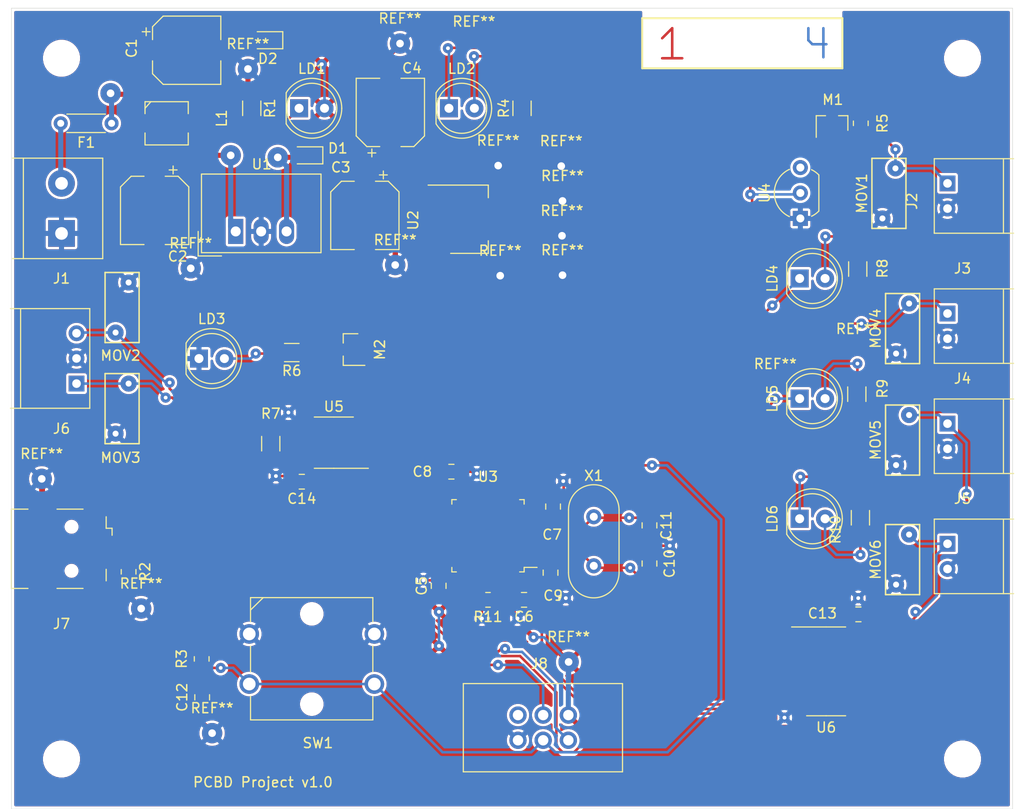
<source format=kicad_pcb>
(kicad_pcb (version 20171130) (host pcbnew "(5.1.9)-1")
  (layers (0 F.Cu signal) (31 B.Cu signal) (34 B.Paste user) (35 F.Paste user) (36 B.SilkS user) (37 F.SilkS user) (38 B.Mask user) (39 F.Mask user) (44 Edge.Cuts user))
  (net 0 "")
  (net 1 GND)
  (net 2 /Supply/pwr2)
  (net 3 /Supply/pwr3)
  (net 4 /Supply/pwr5)
  (net 5 +3V3)
  (net 6 "Net-(C10-Pad1)")
  (net 7 "Net-(C11-Pad1)")
  (net 8 NRST)
  (net 9 /Supply/pwr4)
  (net 10 V_USB)
  (net 11 /Supply/pwr1)
  (net 12 DQ)
  (net 13 "Net-(J3-Pad1)")
  (net 14 "Net-(J4-Pad1)")
  (net 15 "Net-(J5-Pad1)")
  (net 16 "Net-(J6-Pad3)")
  (net 17 "Net-(J6-Pad1)")
  (net 18 USB_DM)
  (net 19 USB_DP)
  (net 20 "Net-(J7-Pad4)")
  (net 21 "Net-(J8-Pad5)")
  (net 22 SWCLK)
  (net 23 SWDIO)
  (net 24 "Net-(LD1-Pad1)")
  (net 25 "Net-(LD2-Pad1)")
  (net 26 "Net-(LD2-Pad2)")
  (net 27 "Net-(LD3-Pad2)")
  (net 28 "Net-(LD4-Pad1)")
  (net 29 "Net-(LD4-Pad2)")
  (net 30 "Net-(LD5-Pad1)")
  (net 31 "Net-(LD5-Pad2)")
  (net 32 "Net-(LD6-Pad2)")
  (net 33 "Net-(LD6-Pad1)")
  (net 34 GATE)
  (net 35 TX)
  (net 36 "Net-(M2-Pad3)")
  (net 37 "Net-(R11-Pad1)")
  (net 38 "Net-(U3-Pad2)")
  (net 39 "Net-(U3-Pad3)")
  (net 40 "Net-(U3-Pad4)")
  (net 41 "Net-(U3-Pad10)")
  (net 42 "Net-(U3-Pad11)")
  (net 43 RX)
  (net 44 "Net-(U3-Pad14)")
  (net 45 DIR)
  (net 46 "Net-(U3-Pad16)")
  (net 47 "Net-(U3-Pad17)")
  (net 48 "Net-(U3-Pad20)")
  (net 49 "Net-(U3-Pad21)")
  (net 50 "Net-(U3-Pad22)")
  (net 51 "Net-(U3-Pad25)")
  (net 52 "Net-(U3-Pad26)")
  (net 53 "Net-(U3-Pad27)")
  (net 54 "Net-(U3-Pad28)")
  (net 55 FAN1_C)
  (net 56 FAN2_C)
  (net 57 ALARM_C)
  (net 58 "Net-(U3-Pad39)")
  (net 59 "Net-(U3-Pad40)")
  (net 60 "Net-(U3-Pad41)")
  (net 61 "Net-(U3-Pad42)")
  (net 62 "Net-(U3-Pad43)")
  (net 63 "Net-(U3-Pad45)")
  (net 64 "Net-(U3-Pad46)")
  (net 65 "Net-(U4-Pad3)")
  (module PCDB_project:via40 (layer F.Cu) (at 63.9826 45.6692)
    (fp_text reference REF** hide)
    (fp_text value via40 hide)
    (pad 1 thru_hole circle (at 0 0) (size 1.016 1.016) (drill 0.381) (layers *.Cu *.Mask) (net 8 NRST))
  )
  (module PCDB_project:via40 (layer F.Cu) (at 84.582 58.928)
    (fp_text reference REF** hide)
    (fp_text value via40 hide)
    (pad 1 thru_hole circle (at 0 0) (size 1.016 1.016) (drill 0.381) (layers *.Cu *.Mask) (net 1 GND))
  )
  (module PCDB_project:via40 (layer F.Cu) (at 77.216 70.866)
    (fp_text reference REF** hide)
    (fp_text value via40 hide)
    (pad 1 thru_hole circle (at 0 0) (size 1.016 1.016) (drill 0.381) (layers *.Cu *.Mask) (net 1 GND))
  )
  (module PCDB_project:via40 (layer F.Cu) (at 55.118 47.244)
    (fp_text reference REF** hide)
    (fp_text value via40 hide)
    (pad 1 thru_hole circle (at 0 0) (size 1.016 1.016) (drill 0.381) (layers *.Cu *.Mask) (net 1 GND))
  )
  (module PCDB_project:via40 (layer F.Cu) (at 65.7606 53.6956)
    (fp_text reference REF** hide)
    (fp_text value via40 hide)
    (pad 1 thru_hole circle (at 0 0) (size 1.016 1.016) (drill 0.381) (layers *.Cu *.Mask) (net 1 GND))
  )
  (module PCDB_project:via40 (layer F.Cu) (at 55.372 58.928)
    (fp_text reference REF** hide)
    (fp_text value via40 hide)
    (pad 1 thru_hole circle (at 0 0) (size 1.016 1.016) (drill 0.381) (layers *.Cu *.Mask) (net 1 GND))
  )
  (module PCDB_project:via40 (layer F.Cu) (at 52.1462 62.8396)
    (fp_text reference REF** hide)
    (fp_text value via40 hide)
    (pad 1 thru_hole circle (at 0 0) (size 1.016 1.016) (drill 0.381) (layers *.Cu *.Mask) (net 5 +3V3))
  )
  (module PCDB_project:via40 (layer F.Cu) (at 50.546 60.96)
    (fp_text reference REF** hide)
    (fp_text value via40 hide)
    (pad 1 thru_hole circle (at 0 0) (size 1.016 1.016) (drill 0.381) (layers *.Cu *.Mask) (net 1 GND))
  )
  (module PCDB_project:via40 (layer F.Cu) (at 46.99 60.96)
    (fp_text reference REF** hide)
    (fp_text value via40 hide)
    (pad 1 thru_hole circle (at 0 0) (size 1.016 1.016) (drill 0.381) (layers *.Cu *.Mask) (net 1 GND))
  )
  (module PCDB_project:via40 (layer F.Cu) (at 41.148 57.15)
    (fp_text reference REF** hide)
    (fp_text value via40 hide)
    (pad 1 thru_hole circle (at 0 0) (size 1.016 1.016) (drill 0.381) (layers *.Cu *.Mask) (net 1 GND))
  )
  (module PCDB_project:via40 (layer F.Cu) (at 46.482 46.482)
    (fp_text reference REF** hide)
    (fp_text value via40 hide)
    (pad 1 thru_hole circle (at 0 0) (size 1.016 1.016) (drill 0.381) (layers *.Cu *.Mask) (net 1 GND))
  )
  (module PCDB_project:via40 (layer F.Cu) (at 26.416 46.736)
    (fp_text reference REF** hide)
    (fp_text value via40 hide)
    (pad 1 thru_hole circle (at 0 0) (size 1.016 1.016) (drill 0.381) (layers *.Cu *.Mask) (net 1 GND))
  )
  (module PCDB_project:via40 (layer F.Cu) (at 27.6606 40.386)
    (fp_text reference REF** hide)
    (fp_text value via40 hide)
    (pad 1 thru_hole circle (at 0 0) (size 1.016 1.016) (drill 0.381) (layers *.Cu *.Mask) (net 1 GND))
  )
  (module PCDB_project:via80 (layer F.Cu) (at 55.653 65.3034)
    (fp_text reference REF** (at 0 -2.5) (layer F.SilkS))
    (fp_text value via80)
    (pad 1 thru_hole circle (at 0 0) (size 2.032 2.032) (drill 0.762) (layers *.Cu *.Mask) (net 5 +3V3))
  )
  (module PCDB_project:via80 (layer F.Cu) (at 20.0422 72.4154)
    (fp_text reference REF** (at 0 -2.5) (layer F.SilkS))
    (fp_text value via80)
    (pad 1 thru_hole circle (at 0 0) (size 2.032 2.032) (drill 0.762) (layers *.Cu *.Mask) (net 1 GND))
  )
  (module PCDB_project:via80 (layer F.Cu) (at 12.9556 59.9694)
    (fp_text reference REF** (at 0 -2.5) (layer F.SilkS))
    (fp_text value via80)
    (pad 1 thru_hole circle (at 0 0) (size 2.032 2.032) (drill 0.762) (layers *.Cu *.Mask) (net 1 GND))
  )
  (module PCDB_project:via80 (layer F.Cu) (at 3.0242 47.0154)
    (fp_text reference REF** (at 0 -2.5) (layer F.SilkS))
    (fp_text value via80)
    (pad 1 thru_hole circle (at 0 0) (size 2.032 2.032) (drill 0.762) (layers *.Cu *.Mask) (net 1 GND))
  )
  (module PCDB_project:via80 (layer F.Cu) (at 17.9086 25.9842)
    (fp_text reference REF** (at 0 -2.5) (layer F.SilkS))
    (fp_text value via80)
    (pad 1 thru_hole circle (at 0 0) (size 2.032 2.032) (drill 0.762) (layers *.Cu *.Mask) (net 1 GND))
  )
  (module PCDB_project:via80 (layer F.Cu) (at 38.3302 25.654)
    (fp_text reference REF** (at 0 -2.5) (layer F.SilkS))
    (fp_text value via80)
    (pad 1 thru_hole circle (at 0 0) (size 2.032 2.032) (drill 0.762) (layers *.Cu *.Mask) (net 1 GND))
  )
  (module PCDB_project:via80 (layer F.Cu) (at 48.6172 15.7226)
    (fp_text reference REF** (at 0 -2.5) (layer F.SilkS))
    (fp_text value via80)
    (pad 1 thru_hole circle (at 0 0) (size 2.032 2.032) (drill 0.762) (layers *.Cu *.Mask) (net 1 GND))
  )
  (module PCDB_project:via80 (layer F.Cu) (at 48.8204 26.7208)
    (fp_text reference REF** (at 0 -2.5) (layer F.SilkS))
    (fp_text value via80)
    (pad 1 thru_hole circle (at 0 0) (size 2.032 2.032) (drill 0.762) (layers *.Cu *.Mask) (net 1 GND))
  )
  (module PCDB_project:via80 (layer F.Cu) (at 55.0434 26.67)
    (fp_text reference REF** (at 0 -2.5) (layer F.SilkS))
    (fp_text value via80)
    (pad 1 thru_hole circle (at 0 0) (size 2.032 2.032) (drill 0.762) (layers *.Cu *.Mask) (net 1 GND))
  )
  (module PCDB_project:via80 (layer F.Cu) (at 54.9926 22.733)
    (fp_text reference REF** (at 0 -2.5) (layer F.SilkS))
    (fp_text value via80)
    (pad 1 thru_hole circle (at 0 0) (size 2.032 2.032) (drill 0.762) (layers *.Cu *.Mask) (net 1 GND))
  )
  (module PCDB_project:via80 (layer F.Cu) (at 55.0434 19.2532)
    (fp_text reference REF** (at 0 -2.5) (layer F.SilkS))
    (fp_text value via80)
    (pad 1 thru_hole circle (at 0 0) (size 2.032 2.032) (drill 0.762) (layers *.Cu *.Mask) (net 1 GND))
  )
  (module PCDB_project:via80 (layer F.Cu) (at 54.9164 15.7734)
    (fp_text reference REF** (at 0 -2.5) (layer F.SilkS))
    (fp_text value via80)
    (pad 1 thru_hole circle (at 0 0) (size 2.032 2.032) (drill 0.762) (layers *.Cu *.Mask) (net 1 GND))
  )
  (module PCDB_project:via80 (layer F.Cu) (at 38.8128 3.5306)
    (fp_text reference REF** (at 0 -2.5) (layer F.SilkS))
    (fp_text value via80)
    (pad 1 thru_hole circle (at 0 0) (size 2.032 2.032) (drill 0.762) (layers *.Cu *.Mask) (net 1 GND))
  )
  (module PCDB_project:via80 (layer F.Cu) (at 23.6236 6.0706)
    (fp_text reference REF** (at 0 -2.5) (layer F.SilkS))
    (fp_text value via80)
    (pad 1 thru_hole circle (at 0 0) (size 2.032 2.032) (drill 0.762) (layers *.Cu *.Mask) (net 1 GND))
  )
  (module PCDB_project:via40 (layer F.Cu) (at 46.2 4.8)
    (fp_text reference REF** (at 0 -3.4624) (layer F.SilkS))
    (fp_text value via40)
    (pad 1 thru_hole circle (at 0 0) (size 1.016 1.016) (drill 0.381) (layers *.Cu *.Mask) (net 26 "Net-(LD2-Pad2)"))
  )
  (module PCDB_project:via40 (layer F.Cu) (at 43.6 4 90)
    (fp_text reference REF** hide)
    (fp_text value via40 hide)
    (pad 1 thru_hole circle (at 0 0 90) (size 1.016 1.016) (drill 0.381) (layers *.Cu *.Mask) (net 25 "Net-(LD2-Pad1)"))
  )
  (module PCDB_project:via40 (layer F.Cu) (at 31 5.6)
    (fp_text reference REF** hide)
    (fp_text value via40 hide)
    (pad 1 thru_hole circle (at 0 0) (size 1.016 1.016) (drill 0.381) (layers *.Cu *.Mask) (net 5 +3V3))
  )
  (module PCDB_project:via80 (layer F.Cu) (at 26.6 14.9)
    (fp_text reference REF** hide)
    (fp_text value via80 hide)
    (pad 1 thru_hole circle (at 0 0) (size 2.032 2.032) (drill 0.762) (layers *.Cu *.Mask) (net 9 /Supply/pwr4))
  )
  (module PCDB_project:via80 (layer F.Cu) (at 21.9 14.7)
    (fp_text reference REF** hide)
    (fp_text value via80 hide)
    (pad 1 thru_hole circle (at 0 0) (size 2.032 2.032) (drill 0.762) (layers *.Cu *.Mask) (net 3 /Supply/pwr3))
  )
  (module PCDB_project:via80 (layer F.Cu) (at 9.9 8.5)
    (fp_text reference REF** hide)
    (fp_text value via80 hide)
    (pad 1 thru_hole circle (at 0 0) (size 2.032 2.032) (drill 0.762) (layers *.Cu *.Mask) (net 2 /Supply/pwr2))
  )
  (module PCDB_project:via40 (layer F.Cu) (at 24.4 34.5)
    (fp_text reference REF** hide)
    (fp_text value via40 hide)
    (pad 1 thru_hole circle (at 0 0) (size 1.016 1.016) (drill 0.381) (layers *.Cu *.Mask) (net 27 "Net-(LD3-Pad2)"))
  )
  (module PCDB_project:via40 (layer F.Cu) (at 15.8 37.4)
    (fp_text reference REF** hide)
    (fp_text value via40 hide)
    (pad 1 thru_hole circle (at 0 0) (size 1.016 1.016) (drill 0.381) (layers *.Cu *.Mask) (net 16 "Net-(J6-Pad3)"))
  )
  (module PCDB_project:via40 (layer F.Cu) (at 15.4 38.9)
    (fp_text reference REF** hide)
    (fp_text value via40 hide)
    (pad 1 thru_hole circle (at 0 0) (size 1.016 1.016) (drill 0.381) (layers *.Cu *.Mask) (net 17 "Net-(J6-Pad1)"))
  )
  (module PCDB_project:via40 (layer F.Cu) (at 49.3 64)
    (fp_text reference REF** hide)
    (fp_text value via40 hide)
    (pad 1 thru_hole circle (at 0 0) (size 1.016 1.016) (drill 0.381) (layers *.Cu *.Mask) (net 22 SWCLK))
  )
  (module PCDB_project:via40 (layer F.Cu) (at 48.6 65.6)
    (fp_text reference REF** hide)
    (fp_text value via40 hide)
    (pad 1 thru_hole circle (at 0 0) (size 1.016 1.016) (drill 0.381) (layers *.Cu *.Mask) (net 23 SWDIO))
  )
  (module PCDB_project:via40 (layer F.Cu) (at 61.8 55.9)
    (fp_text reference REF** hide)
    (fp_text value via40 hide)
    (pad 1 thru_hole circle (at 0 0) (size 1.016 1.016) (drill 0.381) (layers *.Cu *.Mask) (net 6 "Net-(C10-Pad1)"))
  )
  (module PCDB_project:via40 (layer F.Cu) (at 61.7 50.9 90)
    (fp_text reference REF** hide)
    (fp_text value via40 hide)
    (pad 1 thru_hole circle (at 0 0 90) (size 1.016 1.016) (drill 0.381) (layers *.Cu *.Mask) (net 7 "Net-(C11-Pad1)"))
  )
  (module PCDB_project:via40 (layer F.Cu) (at 42.7 63.7)
    (fp_text reference REF** hide)
    (fp_text value via40 hide)
    (pad 1 thru_hole circle (at 0 0) (size 1.016 1.016) (drill 0.381) (layers *.Cu *.Mask) (net 5 +3V3))
  )
  (module PCDB_project:via40 (layer F.Cu) (at 42.7 60.3)
    (fp_text reference REF** hide)
    (fp_text value via40 hide)
    (pad 1 thru_hole circle (at 0 0) (size 1.016 1.016) (drill 0.381) (layers *.Cu *.Mask) (net 5 +3V3))
  )
  (module PCDB_project:via40 (layer F.Cu) (at 20.9 65.9)
    (fp_text reference REF** hide)
    (fp_text value via40 hide)
    (pad 1 thru_hole circle (at 0 0) (size 1.016 1.016) (drill 0.381) (layers *.Cu *.Mask) (net 8 NRST))
  )
  (module PCDB_project:via40 (layer F.Cu) (at 73.8 18.6)
    (fp_text reference REF** hide)
    (fp_text value via40 hide)
    (pad 1 thru_hole circle (at 0 0) (size 1.016 1.016) (drill 0.381) (layers *.Cu *.Mask) (net 12 DQ))
  )
  (module PCDB_project:via40 (layer F.Cu) (at 88.3 14.1)
    (fp_text reference REF** hide)
    (fp_text value via40 hide)
    (pad 1 thru_hole circle (at 0 0) (size 1.016 1.016) (drill 0.381) (layers *.Cu *.Mask) (net 12 DQ))
  )
  (module PCDB_project:via40 (layer F.Cu) (at 76 29.7)
    (fp_text reference REF** hide)
    (fp_text value via40 hide)
    (pad 1 thru_hole circle (at 0 0) (size 1.016 1.016) (drill 0.381) (layers *.Cu *.Mask) (net 28 "Net-(LD4-Pad1)"))
  )
  (module PCDB_project:via40 (layer F.Cu) (at 81.3 22.8)
    (fp_text reference REF** hide)
    (fp_text value via40 hide)
    (pad 1 thru_hole circle (at 0 0) (size 1.016 1.016) (drill 0.381) (layers *.Cu *.Mask) (net 29 "Net-(LD4-Pad2)"))
  )
  (module PCDB_project:via40 (layer F.Cu) (at 84.8 54.6 180)
    (fp_text reference REF** hide)
    (fp_text value via40 hide)
    (pad 1 thru_hole circle (at 0 0 180) (size 1.016 1.016) (drill 0.381) (layers *.Cu *.Mask) (net 32 "Net-(LD6-Pad2)"))
  )
  (module PCDB_project:via40 (layer F.Cu) (at 84.5 35.5)
    (fp_text reference REF** (at 0 -3.4624) (layer F.SilkS))
    (fp_text value via40)
    (pad 1 thru_hole circle (at 0 0) (size 1.016 1.016) (drill 0.381) (layers *.Cu *.Mask) (net 31 "Net-(LD5-Pad2)"))
  )
  (module PCDB_project:via40 (layer F.Cu) (at 76.3 39)
    (fp_text reference REF** (at 0 -3.4624) (layer F.SilkS))
    (fp_text value via40)
    (pad 1 thru_hole circle (at 0 0) (size 1.016 1.016) (drill 0.381) (layers *.Cu *.Mask) (net 30 "Net-(LD5-Pad1)"))
  )
  (module PCDB_project:via40 (layer F.Cu) (at 84.9 31.5)
    (fp_text reference REF** hide)
    (fp_text value via40 hide)
    (pad 1 thru_hole circle (at 0 0) (size 1.016 1.016) (drill 0.381) (layers *.Cu *.Mask) (net 13 "Net-(J3-Pad1)"))
  )
  (module PCDB_project:via40 (layer F.Cu) (at 95.4 48.5)
    (fp_text reference REF** hide)
    (fp_text value via40 hide)
    (pad 1 thru_hole circle (at 0 0) (size 1.016 1.016) (drill 0.381) (layers *.Cu *.Mask) (net 14 "Net-(J4-Pad1)"))
  )
  (module PCDB_project:via40 (layer F.Cu) (at 90.3 60.3)
    (fp_text reference REF** hide)
    (fp_text value via40 hide)
    (pad 1 thru_hole circle (at 0 0) (size 1.016 1.016) (drill 0.381) (layers *.Cu *.Mask) (net 15 "Net-(J5-Pad1)"))
  )
  (module PCDB_project:via40 (layer F.Cu) (at 78.8 46.8)
    (fp_text reference REF** hide)
    (fp_text value via40 hide)
    (pad 1 thru_hole circle (at 0 0) (size 1.016 1.016) (drill 0.381) (layers *.Cu *.Mask) (net 33 "Net-(LD6-Pad1)"))
  )
  (module PCDB_project:Debug (layer F.Cu) (at 55.626 70.612 180)
    (fp_text reference J8 (at 2.8956 5.1308) (layer F.SilkS))
    (fp_text value Debug hide)
    (pad 5 thru_hole circle (at 5.0292 0 180) (size 1.7272 1.7272) (drill 1.0414) (layers *.Cu *.Mask) (net 21 "Net-(J8-Pad5)"))
    (pad 2 thru_hole circle (at 0 -2.5146 180) (size 1.7272 1.7272) (drill 1.0414) (layers *.Cu *.Mask) (net 22 SWCLK))
    (pad 6 thru_hole circle (at 5.0292 -2.5146 180) (size 1.7272 1.7272) (drill 1.0414) (layers *.Cu *.Mask) (net 1 GND))
    (pad 3 thru_hole circle (at 2.5146 0 180) (size 1.7272 1.7272) (drill 1.0414) (layers *.Cu *.Mask) (net 23 SWDIO))
    (pad 4 thru_hole circle (at 2.5146 -2.5146 180) (size 1.7272 1.7272) (drill 1.0414) (layers *.Cu *.Mask) (net 8 NRST))
    (pad 1 thru_hole circle (at 0 0 180) (size 1.7272 1.7272) (drill 1.0414) (layers *.Cu *.Mask) (net 5 +3V3))
  )
  (module PCDB_project:IO3 (layer F.Cu) (at 6.5 37.5 90)
    (fp_text reference J6 (at -4.5 -1.5 180) (layer F.SilkS))
    (fp_text value Comm hide)
    (pad 1 thru_hole rect (at 0 0 90) (size 1.5748 1.5748) (drill 0.8636) (layers *.Cu *.Mask) (net 17 "Net-(J6-Pad1)"))
    (pad 2 thru_hole circle (at 2.5146 0 90) (size 1.5748 1.5748) (drill 0.8636) (layers *.Cu *.Mask) (net 1 GND))
    (pad 3 thru_hole circle (at 5.0292 0 90) (size 1.5748 1.5748) (drill 0.8636) (layers *.Cu *.Mask) (net 16 "Net-(J6-Pad3)"))
  )
  (module Package_SO:SOIC-14_3.9x8.7mm_P1.27mm (layer F.Cu) (at 81.376 66.244)
    (fp_text reference U6 (at 0 5.6) (layer F.SilkS))
    (fp_text value MC74LCX07 hide)
    (pad 1 smd roundrect (at -2.475 -3.81) (size 1.95 0.6) (layers F.Cu F.Paste F.Mask) (net 55 FAN1_C))
    (pad 2 smd roundrect (at -2.475 -2.54) (size 1.95 0.6) (layers F.Cu F.Paste F.Mask) (net 28 "Net-(LD4-Pad1)"))
    (pad 3 smd roundrect (at -2.475 -1.27) (size 1.95 0.6) (layers F.Cu F.Paste F.Mask) (net 55 FAN1_C))
    (pad 4 smd roundrect (at -2.475 0) (size 1.95 0.6) (layers F.Cu F.Paste F.Mask) (net 13 "Net-(J3-Pad1)"))
    (pad 5 smd roundrect (at -2.475 1.27) (size 1.95 0.6) (layers F.Cu F.Paste F.Mask) (net 56 FAN2_C))
    (pad 6 smd roundrect (at -2.475 2.54) (size 1.95 0.6) (layers F.Cu F.Paste F.Mask) (net 30 "Net-(LD5-Pad1)"))
    (pad 7 smd roundrect (at -2.475 3.81) (size 1.95 0.6) (layers F.Cu F.Paste F.Mask) (net 1 GND))
    (pad 8 smd roundrect (at 2.475 3.81) (size 1.95 0.6) (layers F.Cu F.Paste F.Mask) (net 14 "Net-(J4-Pad1)"))
    (pad 9 smd roundrect (at 2.475 2.54) (size 1.95 0.6) (layers F.Cu F.Paste F.Mask) (net 56 FAN2_C))
    (pad 10 smd roundrect (at 2.475 1.27) (size 1.95 0.6) (layers F.Cu F.Paste F.Mask) (net 33 "Net-(LD6-Pad1)"))
    (pad 11 smd roundrect (at 2.475 0) (size 1.95 0.6) (layers F.Cu F.Paste F.Mask) (net 57 ALARM_C))
    (pad 12 smd roundrect (at 2.475 -1.27) (size 1.95 0.6) (layers F.Cu F.Paste F.Mask) (net 15 "Net-(J5-Pad1)"))
    (pad 13 smd roundrect (at 2.475 -2.54) (size 1.95 0.6) (layers F.Cu F.Paste F.Mask) (net 57 ALARM_C))
    (pad 14 smd roundrect (at 2.475 -3.81) (size 1.95 0.6) (layers F.Cu F.Paste F.Mask) (net 5 +3V3))
  )
  (module Varistor:RV_Disc_D7mm_W3.4mm_P5mm (layer F.Cu) (at 89.662 40.64 270)
    (fp_text reference MOV5 (at 2.5 3.35 90) (layer F.SilkS))
    (fp_text value MCFT000215 hide)
    (pad 1 thru_hole circle (at 0 0 270) (size 1.6 1.6) (drill 0.6) (layers *.Cu *.Mask) (net 14 "Net-(J4-Pad1)"))
    (pad 2 thru_hole circle (at 5 1.3 270) (size 1.6 1.6) (drill 0.6) (layers *.Cu *.Mask) (net 1 GND))
  )
  (module Capacitor_SMD:C_0805_2012Metric (layer F.Cu) (at 84.6 60.552 180)
    (fp_text reference C13 (at 3.6 0.1) (layer F.SilkS))
    (fp_text value 100nF)
    (pad 1 smd roundrect (at -0.95 0 180) (size 1 1.45) (layers F.Cu F.Paste F.Mask) (net 5 +3V3))
    (pad 2 smd roundrect (at 0.95 0 180) (size 1 1.45) (layers F.Cu F.Paste F.Mask) (net 1 GND))
  )
  (module Resistor_SMD:R_0805_2012Metric (layer F.Cu) (at 84.836 11.5 270)
    (fp_text reference R5 (at 0 -2.164 90) (layer F.SilkS))
    (fp_text value 4k7)
    (pad 2 smd roundrect (at 0.9125 0 270) (size 1.025 1.4) (layers F.Cu F.Paste F.Mask) (roundrect_rratio 0.2439004878048781) (net 5 +3V3))
    (pad 1 smd roundrect (at -0.9125 0 270) (size 1.025 1.4) (layers F.Cu F.Paste F.Mask) (roundrect_rratio 0.2439004878048781) (net 12 DQ))
  )
  (module Crystal:Crystal_HC18-U_Vertical (layer F.Cu) (at 58.166 55.7 90)
    (fp_text reference X1 (at 9 0 180) (layer F.SilkS))
    (fp_text value 8MHz hide)
    (pad 1 thru_hole circle (at 0 0 90) (size 1.5 1.5) (drill 0.8) (layers *.Cu *.Mask) (net 6 "Net-(C10-Pad1)"))
    (pad 2 thru_hole circle (at 4.9 0 90) (size 1.5 1.5) (drill 0.8) (layers *.Cu *.Mask) (net 7 "Net-(C11-Pad1)"))
  )
  (module Fiducial:Fiducial_1mm_Mask3mm (layer F.Cu) (at 90 10)
    (fp_text reference FD3 hide)
    (fp_text value Fiducial_1mm_Mask3mm hide)
    (pad "" smd circle (at 0 0) (size 1 1) (layers F.Cu F.Mask) (clearance 1))
  )
  (module Fiducial:Fiducial_1mm_Mask3mm (layer F.Cu) (at 90 70)
    (fp_text reference FD2 hide)
    (fp_text value Fiducial_1mm_Mask3mm hide)
    (pad "" smd circle (at 0 0) (size 1 1) (layers F.Cu F.Mask) (clearance 1))
  )
  (module Fiducial:Fiducial_1mm_Mask3mm (layer F.Cu) (at 10 70)
    (fp_text reference FD1 hide)
    (fp_text value Fiducial_1mm_Mask3mm hide)
    (pad "" smd circle (at 0 0) (size 1 1) (layers F.Cu F.Mask) (clearance 1))
  )
  (module MountingHole:MountingHole_3.2mm_M3 (layer F.Cu) (at 95 5)
    (fp_text reference H2 hide)
    (fp_text value MountingHole_3.2mm_M3 hide)
    (pad 1 np_thru_hole circle (at 0 0) (size 3.2 3.2) (drill 3.2) (layers *.Cu *.Mask))
  )
  (module MountingHole:MountingHole_3.2mm_M3 (layer F.Cu) (at 95 75)
    (fp_text reference H4 hide)
    (fp_text value MountingHole_3.2mm_M3 hide)
    (pad 1 np_thru_hole circle (at 0 0) (size 3.2 3.2) (drill 3.2) (layers *.Cu *.Mask))
  )
  (module MountingHole:MountingHole_3.2mm_M3 (layer F.Cu) (at 5 75)
    (fp_text reference H3 hide)
    (fp_text value MountingHole_3.2mm_M3 hide)
    (pad 1 np_thru_hole circle (at 0 0) (size 3.2 3.2) (drill 3.2) (layers *.Cu *.Mask))
  )
  (module MountingHole:MountingHole_3.2mm_M3 (layer F.Cu) (at 5 5)
    (fp_text reference H1 hide)
    (fp_text value MountingHole_3.2mm_M3 hide)
    (pad 1 np_thru_hole circle (at 0 0) (size 3.2 3.2) (drill 3.2) (layers *.Cu *.Mask))
  )
  (module Capacitor_SMD:CP_Elec_6.3x5.8 (layer F.Cu) (at 17.5 4.2)
    (fp_text reference C1 (at -5.5 -0.2 90) (layer F.SilkS))
    (fp_text value 10uF)
    (pad 2 smd roundrect (at 2.7 0) (size 3.5 1.6) (layers F.Cu F.Paste F.Mask) (roundrect_rratio 0.15625) (net 1 GND))
    (pad 1 smd roundrect (at -2.7 0) (size 3.5 1.6) (layers F.Cu F.Paste F.Mask) (roundrect_rratio 0.15625) (net 2 /Supply/pwr2))
  )
  (module Capacitor_SMD:CP_Elec_6.3x5.8 (layer F.Cu) (at 14.3 20.2 270)
    (fp_text reference C2 (at 4.6 -2.3 180) (layer F.SilkS))
    (fp_text value 10uF)
    (pad 2 smd roundrect (at 2.7 0 270) (size 3.5 1.6) (layers F.Cu F.Paste F.Mask) (roundrect_rratio 0.15625) (net 1 GND))
    (pad 1 smd roundrect (at -2.7 0 270) (size 3.5 1.6) (layers F.Cu F.Paste F.Mask) (roundrect_rratio 0.15625) (net 3 /Supply/pwr3))
  )
  (module Capacitor_SMD:CP_Elec_6.3x5.8 (layer F.Cu) (at 35.3 20.7 270)
    (fp_text reference C3 (at -4.8 2.4 180) (layer F.SilkS))
    (fp_text value 10uF)
    (pad 1 smd roundrect (at -2.7 0 270) (size 3.5 1.6) (layers F.Cu F.Paste F.Mask) (roundrect_rratio 0.15625) (net 4 /Supply/pwr5))
    (pad 2 smd roundrect (at 2.7 0 270) (size 3.5 1.6) (layers F.Cu F.Paste F.Mask) (roundrect_rratio 0.15625) (net 1 GND))
  )
  (module Capacitor_SMD:CP_Elec_6.3x5.8 (layer F.Cu) (at 37.846 10.414 90)
    (fp_text reference C4 (at 4.414 2.154 180) (layer F.SilkS))
    (fp_text value 10uF)
    (pad 1 smd roundrect (at -2.7 0 90) (size 3.5 1.6) (layers F.Cu F.Paste F.Mask) (roundrect_rratio 0.15625) (net 5 +3V3))
    (pad 2 smd roundrect (at 2.7 0 90) (size 3.5 1.6) (layers F.Cu F.Paste F.Mask) (roundrect_rratio 0.15625) (net 1 GND))
  )
  (module Capacitor_SMD:C_0805_2012Metric (layer F.Cu) (at 42.672 57.7 90)
    (fp_text reference C5 (at 0 -1.7 90) (layer F.SilkS))
    (fp_text value 100nF)
    (pad 2 smd roundrect (at 0.95 0 90) (size 1 1.45) (layers F.Cu F.Paste F.Mask) (net 1 GND))
    (pad 1 smd roundrect (at -0.95 0 90) (size 1 1.45) (layers F.Cu F.Paste F.Mask) (net 5 +3V3))
  )
  (module Capacitor_SMD:C_0805_2012Metric (layer F.Cu) (at 51.2 59.1 180)
    (fp_text reference C6 (at 0 -1.68) (layer F.SilkS))
    (fp_text value 100nF)
    (pad 1 smd roundrect (at -0.95 0 180) (size 1 1.45) (layers F.Cu F.Paste F.Mask) (net 5 +3V3))
    (pad 2 smd roundrect (at 0.95 0 180) (size 1 1.45) (layers F.Cu F.Paste F.Mask) (net 1 GND))
  )
  (module Capacitor_SMD:C_0805_2012Metric (layer F.Cu) (at 54.102 49.784 270)
    (fp_text reference C7 (at 2.8 0.1) (layer F.SilkS))
    (fp_text value 100nF)
    (pad 1 smd roundrect (at -0.95 0 270) (size 1 1.45) (layers F.Cu F.Paste F.Mask) (net 5 +3V3))
    (pad 2 smd roundrect (at 0.95 0 270) (size 1 1.45) (layers F.Cu F.Paste F.Mask) (net 1 GND))
  )
  (module Capacitor_SMD:C_0805_2012Metric (layer F.Cu) (at 43.942 46.3)
    (fp_text reference C8 (at -2.9 0) (layer F.SilkS))
    (fp_text value 100nF)
    (pad 2 smd roundrect (at 0.95 0) (size 1 1.45) (layers F.Cu F.Paste F.Mask) (net 1 GND))
    (pad 1 smd roundrect (at -0.95 0) (size 1 1.45) (layers F.Cu F.Paste F.Mask) (net 5 +3V3))
  )
  (module Capacitor_SMD:C_0805_2012Metric (layer F.Cu) (at 53.848 56.388 270)
    (fp_text reference C9 (at 2.286 -0.254 180) (layer F.SilkS))
    (fp_text value 100nF)
    (pad 1 smd roundrect (at -0.95 0 270) (size 1 1.45) (layers F.Cu F.Paste F.Mask) (net 5 +3V3))
    (pad 2 smd roundrect (at 0.95 0 270) (size 1 1.45) (layers F.Cu F.Paste F.Mask) (net 1 GND))
  )
  (module Capacitor_SMD:C_0805_2012Metric (layer F.Cu) (at 63.73 55.472 90)
    (fp_text reference C10 (at 0 2 90) (layer F.SilkS))
    (fp_text value 20pF)
    (pad 2 smd roundrect (at 0.95 0 90) (size 1 1.45) (layers F.Cu F.Paste F.Mask) (net 1 GND))
    (pad 1 smd roundrect (at -0.95 0 90) (size 1 1.45) (layers F.Cu F.Paste F.Mask) (net 6 "Net-(C10-Pad1)"))
  )
  (module Capacitor_SMD:C_0805_2012Metric (layer F.Cu) (at 63.73 51.662 270)
    (fp_text reference C11 (at 0 -1.68 90) (layer F.SilkS))
    (fp_text value 20pF)
    (pad 1 smd roundrect (at -0.95 0 270) (size 1 1.45) (layers F.Cu F.Paste F.Mask) (net 7 "Net-(C11-Pad1)"))
    (pad 2 smd roundrect (at 0.95 0 270) (size 1 1.45) (layers F.Cu F.Paste F.Mask) (net 1 GND))
  )
  (module Capacitor_SMD:C_0805_2012Metric (layer F.Cu) (at 19.05 68.834 270)
    (fp_text reference C12 (at 0 2 90) (layer F.SilkS))
    (fp_text value 100nF)
    (pad 2 smd roundrect (at 0.95 0 270) (size 1 1.45) (layers F.Cu F.Paste F.Mask) (net 1 GND))
    (pad 1 smd roundrect (at -0.95 0 270) (size 1 1.45) (layers F.Cu F.Paste F.Mask) (net 8 NRST))
  )
  (module Capacitor_SMD:C_0805_2012Metric (layer F.Cu) (at 29 47.3 180)
    (fp_text reference C14 (at 0 -1.7) (layer F.SilkS))
    (fp_text value 100nF)
    (pad 2 smd roundrect (at 0.95 0 180) (size 1 1.45) (layers F.Cu F.Paste F.Mask) (net 1 GND))
    (pad 1 smd roundrect (at -0.95 0 180) (size 1 1.45) (layers F.Cu F.Paste F.Mask) (net 5 +3V3))
  )
  (module Diode_SMD:D_SOD-323 (layer F.Cu) (at 29.6 14.7 180)
    (fp_text reference D1 (at -3 0.7) (layer F.SilkS))
    (fp_text value BAT60J hide)
    (pad 1 smd rect (at -1.05 0 180) (size 0.6 0.45) (layers F.Cu F.Paste F.Mask) (net 4 /Supply/pwr5))
    (pad 2 smd rect (at 1.05 0 180) (size 0.6 0.45) (layers F.Cu F.Paste F.Mask) (net 9 /Supply/pwr4))
  )
  (module Diode_SMD:D_SOD-323 (layer F.Cu) (at 25.6 3.2 180)
    (fp_text reference D2 (at 0 -1.85) (layer F.SilkS))
    (fp_text value BAT60J hide)
    (pad 2 smd rect (at 1.05 0 180) (size 0.6 0.45) (layers F.Cu F.Paste F.Mask) (net 10 V_USB))
    (pad 1 smd rect (at -1.05 0 180) (size 0.6 0.45) (layers F.Cu F.Paste F.Mask) (net 4 /Supply/pwr5))
  )
  (module Resistor_THT:R_Axial_DIN0204_L3.6mm_D1.6mm_P5.08mm_Horizontal (layer F.Cu) (at 10 11.5 180)
    (fp_text reference F1 (at 2.54 -1.92) (layer F.SilkS))
    (fp_text value 250mA hide)
    (pad 1 thru_hole circle (at 0 0 180) (size 1.4 1.4) (drill 0.7) (layers *.Cu *.Mask) (net 2 /Supply/pwr2))
    (pad 2 thru_hole oval (at 5.08 0 180) (size 1.4 1.4) (drill 0.7) (layers *.Cu *.Mask) (net 11 /Supply/pwr1))
  )
  (module PCDB_project:Power (layer F.Cu) (at 5 22.5 90)
    (fp_text reference J1 (at -4.5 0 180) (layer F.SilkS))
    (fp_text value Power hide)
    (pad 2 thru_hole circle (at 5.0038 0 90) (size 2.667 2.667) (drill 1.27) (layers *.Cu *.Mask) (net 11 /Supply/pwr1))
    (pad 1 thru_hole rect (at 0 0 90) (size 2.667 2.667) (drill 1.27) (layers *.Cu *.Mask) (net 1 GND))
  )
  (module PCDB_project:IO2 (layer F.Cu) (at 93.5 17.5 270)
    (fp_text reference J2 (at 1.778 3.548 90) (layer F.SilkS))
    (fp_text value 22-05-7025 hide)
    (pad 2 thru_hole circle (at 2.5146 0 270) (size 1.5748 1.5748) (drill 0.8636) (layers *.Cu *.Mask) (net 1 GND))
    (pad 1 thru_hole rect (at 0 0 270) (size 1.5748 1.5748) (drill 0.8636) (layers *.Cu *.Mask) (net 12 DQ))
  )
  (module PCDB_project:IO2 (layer F.Cu) (at 93.5 30.5 270)
    (fp_text reference J3 (at -4.5 -1.5 180) (layer F.SilkS))
    (fp_text value 22-05-7025 hide)
    (pad 1 thru_hole rect (at 0 0 270) (size 1.5748 1.5748) (drill 0.8636) (layers *.Cu *.Mask) (net 13 "Net-(J3-Pad1)"))
    (pad 2 thru_hole circle (at 2.5146 0 270) (size 1.5748 1.5748) (drill 0.8636) (layers *.Cu *.Mask) (net 1 GND))
  )
  (module PCDB_project:IO2 (layer F.Cu) (at 93.5 41.5 270)
    (fp_text reference J4 (at -4.5 -1.5 180) (layer F.SilkS))
    (fp_text value 22-05-7025 hide)
    (pad 2 thru_hole circle (at 2.5146 0 270) (size 1.5748 1.5748) (drill 0.8636) (layers *.Cu *.Mask) (net 1 GND))
    (pad 1 thru_hole rect (at 0 0 270) (size 1.5748 1.5748) (drill 0.8636) (layers *.Cu *.Mask) (net 14 "Net-(J4-Pad1)"))
  )
  (module PCDB_project:IO2 (layer F.Cu) (at 93.5 53.5 270)
    (fp_text reference J5 (at -4.5 -1.5 180) (layer F.SilkS))
    (fp_text value 22-05-7025 hide)
    (pad 1 thru_hole rect (at 0 0 270) (size 1.5748 1.5748) (drill 0.8636) (layers *.Cu *.Mask) (net 15 "Net-(J5-Pad1)"))
    (pad 2 thru_hole circle (at 2.5146 0 270) (size 1.5748 1.5748) (drill 0.8636) (layers *.Cu *.Mask) (net 1 GND))
  )
  (module Connector_USB:USB_Mini-B_Wuerth_65100516121_Horizontal (layer F.Cu) (at 6 54 270)
    (fp_text reference J7 (at 7.5 1 180) (layer F.SilkS))
    (fp_text value USB_B_Mini hide)
    (pad 6 smd rect (at -4.4 2.9 270) (size 2 2.5) (layers F.Cu F.Paste F.Mask) (net 1 GND))
    (pad 6 smd rect (at 4.4 2.9 270) (size 2 2.5) (layers F.Cu F.Paste F.Mask) (net 1 GND))
    (pad 6 smd rect (at -4.4 -2.6 270) (size 2 2.5) (layers F.Cu F.Paste F.Mask) (net 1 GND))
    (pad 6 smd rect (at 4.4 -2.6 270) (size 2 2.5) (layers F.Cu F.Paste F.Mask) (net 1 GND))
    (pad 1 smd rect (at -1.6 -2.6 270) (size 0.5 2.5) (layers F.Cu F.Paste F.Mask) (net 10 V_USB))
    (pad 2 smd rect (at -0.8 -2.6 270) (size 0.5 2.5) (layers F.Cu F.Paste F.Mask) (net 18 USB_DM))
    (pad 3 smd rect (at 0 -2.6 270) (size 0.5 2.5) (layers F.Cu F.Paste F.Mask) (net 19 USB_DP))
    (pad 4 smd rect (at 0.8 -2.6 270) (size 0.5 2.5) (layers F.Cu F.Paste F.Mask) (net 20 "Net-(J7-Pad4)"))
    (pad 5 smd rect (at 1.6 -2.6 270) (size 0.5 2.5) (layers F.Cu F.Paste F.Mask) (net 1 GND))
    (pad "" np_thru_hole circle (at -2.2 0 270) (size 0.9 0.9) (drill 0.9) (layers *.Cu *.Mask))
    (pad "" np_thru_hole circle (at 2.2 0 270) (size 0.9 0.9) (drill 0.9) (layers *.Cu *.Mask))
  )
  (module PCDB_project:tck141 (layer F.Cu) (at 15.5 11.5)
    (fp_text reference L1 (at 5.5 -0.5 90) (layer F.SilkS))
    (fp_text value 5.6uH)
    (pad 1 smd rect (at -2.032 -0.0254) (size 1.905 1.4986) (layers F.Cu F.Paste F.Mask) (net 2 /Supply/pwr2))
    (pad 2 smd rect (at 2.032 0.0254) (size 1.905 1.4986) (layers F.Cu F.Paste F.Mask) (net 3 /Supply/pwr3))
  )
  (module LED_THT:LED_D5.0mm (layer F.Cu) (at 28.73 10)
    (fp_text reference LD1 (at 1.27 -3.96) (layer F.SilkS))
    (fp_text value Red)
    (pad 2 thru_hole circle (at 2.54 0) (size 1.8 1.8) (drill 0.9) (layers *.Cu *.Mask) (net 5 +3V3))
    (pad 1 thru_hole rect (at 0 0) (size 1.8 1.8) (drill 0.9) (layers *.Cu *.Mask) (net 24 "Net-(LD1-Pad1)"))
  )
  (module LED_THT:LED_D5.0mm (layer F.Cu) (at 43.7 10)
    (fp_text reference LD2 (at 1.27 -3.96) (layer F.SilkS))
    (fp_text value YELLOW)
    (pad 1 thru_hole rect (at 0 0) (size 1.8 1.8) (drill 0.9) (layers *.Cu *.Mask) (net 25 "Net-(LD2-Pad1)"))
    (pad 2 thru_hole circle (at 2.54 0) (size 1.8 1.8) (drill 0.9) (layers *.Cu *.Mask) (net 26 "Net-(LD2-Pad2)"))
  )
  (module LED_THT:LED_D5.0mm (layer F.Cu) (at 18.73 35)
    (fp_text reference LD3 (at 1.27 -3.96) (layer F.SilkS))
    (fp_text value Green)
    (pad 2 thru_hole circle (at 2.54 0) (size 1.8 1.8) (drill 0.9) (layers *.Cu *.Mask) (net 27 "Net-(LD3-Pad2)"))
    (pad 1 thru_hole rect (at 0 0) (size 1.8 1.8) (drill 0.9) (layers *.Cu *.Mask) (net 1 GND))
  )
  (module LED_THT:LED_D5.0mm (layer F.Cu) (at 78.73 27)
    (fp_text reference LD4 (at -2.73 0 90) (layer F.SilkS))
    (fp_text value Yellow)
    (pad 1 thru_hole rect (at 0 0) (size 1.8 1.8) (drill 0.9) (layers *.Cu *.Mask) (net 28 "Net-(LD4-Pad1)"))
    (pad 2 thru_hole circle (at 2.54 0) (size 1.8 1.8) (drill 0.9) (layers *.Cu *.Mask) (net 29 "Net-(LD4-Pad2)"))
  )
  (module LED_THT:LED_D5.0mm (layer F.Cu) (at 78.73 39)
    (fp_text reference LD5 (at -2.73 0 90) (layer F.SilkS))
    (fp_text value Yellow)
    (pad 1 thru_hole rect (at 0 0) (size 1.8 1.8) (drill 0.9) (layers *.Cu *.Mask) (net 30 "Net-(LD5-Pad1)"))
    (pad 2 thru_hole circle (at 2.54 0) (size 1.8 1.8) (drill 0.9) (layers *.Cu *.Mask) (net 31 "Net-(LD5-Pad2)"))
  )
  (module LED_THT:LED_D5.0mm (layer F.Cu) (at 78.73 51)
    (fp_text reference LD6 (at -2.73 0 90) (layer F.SilkS))
    (fp_text value Red)
    (pad 2 thru_hole circle (at 2.54 0) (size 1.8 1.8) (drill 0.9) (layers *.Cu *.Mask) (net 32 "Net-(LD6-Pad2)"))
    (pad 1 thru_hole rect (at 0 0) (size 1.8 1.8) (drill 0.9) (layers *.Cu *.Mask) (net 33 "Net-(LD6-Pad1)"))
  )
  (module Package_TO_SOT_SMD:SOT-23 (layer F.Cu) (at 81.968 11.5 90)
    (fp_text reference M1 (at 2.356 0.074 180) (layer F.SilkS))
    (fp_text value BSS84 hide)
    (pad 3 smd rect (at 1 0 90) (size 0.9 0.8) (layers F.Cu F.Paste F.Mask) (net 12 DQ))
    (pad 2 smd rect (at -1 0.95 90) (size 0.9 0.8) (layers F.Cu F.Paste F.Mask) (net 5 +3V3))
    (pad 1 smd rect (at -1 -0.95 90) (size 0.9 0.8) (layers F.Cu F.Paste F.Mask) (net 34 GATE))
  )
  (module Package_TO_SOT_SMD:SOT-23 (layer F.Cu) (at 33.9 34.1 180)
    (fp_text reference M2 (at -2.9 0 90) (layer F.SilkS))
    (fp_text value BSS84 hide)
    (pad 1 smd rect (at -1 -0.95 180) (size 0.9 0.8) (layers F.Cu F.Paste F.Mask) (net 35 TX))
    (pad 2 smd rect (at -1 0.95 180) (size 0.9 0.8) (layers F.Cu F.Paste F.Mask) (net 5 +3V3))
    (pad 3 smd rect (at 1 0 180) (size 0.9 0.8) (layers F.Cu F.Paste F.Mask) (net 36 "Net-(M2-Pad3)"))
  )
  (module Varistor:RV_Disc_D7mm_W3.4mm_P5mm (layer F.Cu) (at 88.3 16 270)
    (fp_text reference MOV1 (at 2.5 3.35 90) (layer F.SilkS))
    (fp_text value MCFT000215 hide)
    (pad 2 thru_hole circle (at 5 1.3 270) (size 1.6 1.6) (drill 0.6) (layers *.Cu *.Mask) (net 1 GND))
    (pad 1 thru_hole circle (at 0 0 270) (size 1.6 1.6) (drill 0.6) (layers *.Cu *.Mask) (net 12 DQ))
  )
  (module Varistor:RV_Disc_D7mm_W3.4mm_P5mm (layer F.Cu) (at 10.4 32.4 90)
    (fp_text reference MOV2 (at -2.3 0.5 180) (layer F.SilkS))
    (fp_text value MCFT000215 hide)
    (pad 1 thru_hole circle (at 0 0 90) (size 1.6 1.6) (drill 0.6) (layers *.Cu *.Mask) (net 16 "Net-(J6-Pad3)"))
    (pad 2 thru_hole circle (at 5 1.3 90) (size 1.6 1.6) (drill 0.6) (layers *.Cu *.Mask) (net 1 GND))
  )
  (module Varistor:RV_Disc_D7mm_W3.4mm_P5mm (layer F.Cu) (at 11.7 37.5 270)
    (fp_text reference MOV3 (at 7.4 0.8 180) (layer F.SilkS))
    (fp_text value MCFT000215 hide)
    (pad 2 thru_hole circle (at 5 1.3 270) (size 1.6 1.6) (drill 0.6) (layers *.Cu *.Mask) (net 1 GND))
    (pad 1 thru_hole circle (at 0 0 270) (size 1.6 1.6) (drill 0.6) (layers *.Cu *.Mask) (net 17 "Net-(J6-Pad1)"))
  )
  (module Varistor:RV_Disc_D7mm_W3.4mm_P5mm (layer F.Cu) (at 89.662 29.5 270)
    (fp_text reference MOV4 (at 2.5 3.35 90) (layer F.SilkS))
    (fp_text value MCFT000215)
    (pad 1 thru_hole circle (at 0 0 270) (size 1.6 1.6) (drill 0.6) (layers *.Cu *.Mask) (net 13 "Net-(J3-Pad1)"))
    (pad 2 thru_hole circle (at 5 1.3 270) (size 1.6 1.6) (drill 0.6) (layers *.Cu *.Mask) (net 1 GND))
  )
  (module Varistor:RV_Disc_D7mm_W3.4mm_P5mm (layer F.Cu) (at 89.662 52.578 270)
    (fp_text reference MOV6 (at 2.5 3.35 90) (layer F.SilkS))
    (fp_text value MCFT000215 hide)
    (pad 2 thru_hole circle (at 5 1.3 270) (size 1.6 1.6) (drill 0.6) (layers *.Cu *.Mask) (net 1 GND))
    (pad 1 thru_hole circle (at 0 0 270) (size 1.6 1.6) (drill 0.6) (layers *.Cu *.Mask) (net 15 "Net-(J5-Pad1)"))
  )
  (module Resistor_SMD:R_1206_3216Metric (layer F.Cu) (at 24 10 270)
    (fp_text reference R1 (at 0 -1.82 90) (layer F.SilkS))
    (fp_text value 330R)
    (pad 1 smd roundrect (at -1.4625 0 270) (size 1.125 1.75) (layers F.Cu F.Paste F.Mask) (roundrect_rratio 0.2222204444444444) (net 1 GND))
    (pad 2 smd roundrect (at 1.4625 0 270) (size 1.125 1.75) (layers F.Cu F.Paste F.Mask) (roundrect_rratio 0.2222204444444444) (net 24 "Net-(LD1-Pad1)"))
  )
  (module Resistor_SMD:R_0805_2012Metric (layer F.Cu) (at 11.7 56.3 270)
    (fp_text reference R2 (at 0 -1.65 90) (layer F.SilkS))
    (fp_text value 100k)
    (pad 1 smd roundrect (at -0.9125 0 270) (size 1.025 1.4) (layers F.Cu F.Paste F.Mask) (roundrect_rratio 0.2439004878048781) (net 20 "Net-(J7-Pad4)"))
    (pad 2 smd roundrect (at 0.9125 0 270) (size 1.025 1.4) (layers F.Cu F.Paste F.Mask) (roundrect_rratio 0.2439004878048781) (net 1 GND))
  )
  (module Resistor_SMD:R_0805_2012Metric (layer F.Cu) (at 19 65 270)
    (fp_text reference R3 (at 0 2 90) (layer F.SilkS))
    (fp_text value 4k7)
    (pad 1 smd roundrect (at -0.9125 0 270) (size 1.025 1.4) (layers F.Cu F.Paste F.Mask) (roundrect_rratio 0.2439004878048781) (net 5 +3V3))
    (pad 2 smd roundrect (at 0.9125 0 270) (size 1.025 1.4) (layers F.Cu F.Paste F.Mask) (roundrect_rratio 0.2439004878048781) (net 8 NRST))
  )
  (module Resistor_SMD:R_1206_3216Metric (layer F.Cu) (at 51 10 90)
    (fp_text reference R4 (at 0 -1.82 90) (layer F.SilkS))
    (fp_text value 330R)
    (pad 2 smd roundrect (at 1.4625 0 90) (size 1.125 1.75) (layers F.Cu F.Paste F.Mask) (roundrect_rratio 0.2222204444444444) (net 26 "Net-(LD2-Pad2)"))
    (pad 1 smd roundrect (at -1.4625 0 90) (size 1.125 1.75) (layers F.Cu F.Paste F.Mask) (roundrect_rratio 0.2222204444444444) (net 5 +3V3))
  )
  (module Resistor_SMD:R_1206_3216Metric (layer F.Cu) (at 28 34.4 180)
    (fp_text reference R6 (at 0 -1.82) (layer F.SilkS))
    (fp_text value 330R)
    (pad 2 smd roundrect (at 1.4625 0 180) (size 1.125 1.75) (layers F.Cu F.Paste F.Mask) (roundrect_rratio 0.2222204444444444) (net 27 "Net-(LD3-Pad2)"))
    (pad 1 smd roundrect (at -1.4625 0 180) (size 1.125 1.75) (layers F.Cu F.Paste F.Mask) (roundrect_rratio 0.2222204444444444) (net 36 "Net-(M2-Pad3)"))
  )
  (module Resistor_SMD:R_1206_3216Metric (layer F.Cu) (at 25.9 43.5 90)
    (fp_text reference R7 (at 3 0 180) (layer F.SilkS))
    (fp_text value 120R)
    (pad 1 smd roundrect (at -1.4625 0 90) (size 1.125 1.75) (layers F.Cu F.Paste F.Mask) (roundrect_rratio 0.2222204444444444) (net 17 "Net-(J6-Pad1)"))
    (pad 2 smd roundrect (at 1.4625 0 90) (size 1.125 1.75) (layers F.Cu F.Paste F.Mask) (roundrect_rratio 0.2222204444444444) (net 16 "Net-(J6-Pad3)"))
  )
  (module Resistor_SMD:R_1206_3216Metric (layer F.Cu) (at 84.532 26.056 90)
    (fp_text reference R8 (at 0.056 2.468 90) (layer F.SilkS))
    (fp_text value 330R)
    (pad 1 smd roundrect (at -1.4625 0 90) (size 1.125 1.75) (layers F.Cu F.Paste F.Mask) (roundrect_rratio 0.2222204444444444) (net 5 +3V3))
    (pad 2 smd roundrect (at 1.4625 0 90) (size 1.125 1.75) (layers F.Cu F.Paste F.Mask) (roundrect_rratio 0.2222204444444444) (net 29 "Net-(LD4-Pad2)"))
  )
  (module Resistor_SMD:R_1206_3216Metric (layer F.Cu) (at 84.44 38.556 90)
    (fp_text reference R9 (at 0.556 2.56 90) (layer F.SilkS))
    (fp_text value 330R)
    (pad 2 smd roundrect (at 1.4625 0 90) (size 1.125 1.75) (layers F.Cu F.Paste F.Mask) (roundrect_rratio 0.2222204444444444) (net 31 "Net-(LD5-Pad2)"))
    (pad 1 smd roundrect (at -1.4625 0 90) (size 1.125 1.75) (layers F.Cu F.Paste F.Mask) (roundrect_rratio 0.2222204444444444) (net 5 +3V3))
  )
  (module Resistor_SMD:R_1206_3216Metric (layer F.Cu) (at 84.8 50.9 270)
    (fp_text reference R10 (at 1.186 2.498 90) (layer F.SilkS))
    (fp_text value 330R)
    (pad 1 smd roundrect (at -1.4625 0 270) (size 1.125 1.75) (layers F.Cu F.Paste F.Mask) (roundrect_rratio 0.2222204444444444) (net 5 +3V3))
    (pad 2 smd roundrect (at 1.4625 0 270) (size 1.125 1.75) (layers F.Cu F.Paste F.Mask) (roundrect_rratio 0.2222204444444444) (net 32 "Net-(LD6-Pad2)"))
  )
  (module Resistor_SMD:R_0805_2012Metric (layer F.Cu) (at 47.6 59.1 180)
    (fp_text reference R11 (at 0 -1.7) (layer F.SilkS))
    (fp_text value 100k)
    (pad 2 smd roundrect (at 0.9125 0 180) (size 1.025 1.4) (layers F.Cu F.Paste F.Mask) (roundrect_rratio 0.2439004878048781) (net 1 GND))
    (pad 1 smd roundrect (at -0.9125 0 180) (size 1.025 1.4) (layers F.Cu F.Paste F.Mask) (roundrect_rratio 0.2439004878048781) (net 37 "Net-(R11-Pad1)"))
  )
  (module PCDB_project:B3F-4000 (layer F.Cu) (at 23.7516 62.5066)
    (fp_text reference SW1 (at 6.858 10.8966) (layer F.SilkS))
    (fp_text value Reset hide)
    (pad 2 thru_hole circle (at 12.4968 5.0038) (size 1.9558 1.9558) (drill 1.27) (layers *.Cu *.Mask) (net 8 NRST))
    (pad 1 thru_hole circle (at 12.4968 0) (size 1.9558 1.9558) (drill 1.27) (layers *.Cu *.Mask) (net 1 GND))
    (pad 2 thru_hole circle (at 0 5.0038) (size 1.9558 1.9558) (drill 1.27) (layers *.Cu *.Mask) (net 8 NRST))
    (pad "" np_thru_hole circle (at 6.2484 7.0104) (size 1.8542 1.8542) (drill 1.8542) (layers *.Cu *.Mask))
    (pad "" np_thru_hole circle (at 6.2484 -2.0066) (size 1.8542 1.8542) (drill 1.8542) (layers *.Cu *.Mask))
    (pad 1 thru_hole circle (at 0 0) (size 1.9558 1.9558) (drill 1.27) (layers *.Cu *.Mask) (net 1 GND))
  )
  (module Converter_DCDC:Converter_DCDC_TRACO_TSR-1_THT (layer F.Cu) (at 22.4 22.3)
    (fp_text reference U1 (at 2.6 -6.71) (layer F.SilkS))
    (fp_text value TSR_1-2450 hide)
    (pad 1 thru_hole rect (at 0 0) (size 1.5 2.5) (drill 1) (layers *.Cu *.Mask) (net 3 /Supply/pwr3))
    (pad 2 thru_hole oval (at 2.54 0) (size 1.5 2.5) (drill 1) (layers *.Cu *.Mask) (net 1 GND))
    (pad 3 thru_hole oval (at 5.08 0) (size 1.5 2.5) (drill 1) (layers *.Cu *.Mask) (net 9 /Supply/pwr4))
  )
  (module Package_TO_SOT_SMD:SOT-223-3_TabPin2 (layer F.Cu) (at 45.72 21.082)
    (fp_text reference U2 (at -5.6 0.1 270) (layer F.SilkS))
    (fp_text value UA78M33 hide)
    (pad 2 smd rect (at 3.15 0) (size 2 3.8) (layers F.Cu F.Paste F.Mask) (net 1 GND))
    (pad 2 smd rect (at -3.15 0) (size 2 1.5) (layers F.Cu F.Paste F.Mask) (net 1 GND))
    (pad 3 smd rect (at -3.15 2.3) (size 2 1.5) (layers F.Cu F.Paste F.Mask) (net 5 +3V3))
    (pad 1 smd rect (at -3.15 -2.3) (size 2 1.5) (layers F.Cu F.Paste F.Mask) (net 4 /Supply/pwr5))
  )
  (module Package_QFP:LQFP-48_7x7mm_P0.5mm (layer F.Cu) (at 47.6 52.7 180)
    (fp_text reference U3 (at 0 5.9) (layer F.SilkS))
    (fp_text value STM32F103CBT6 hide)
    (pad 48 smd roundrect (at -2.75 -4.1625 180) (size 0.3 1.475) (layers F.Cu F.Paste F.Mask) (net 5 +3V3))
    (pad 47 smd roundrect (at -2.25 -4.1625 180) (size 0.3 1.475) (layers F.Cu F.Paste F.Mask) (net 1 GND))
    (pad 46 smd roundrect (at -1.75 -4.1625 180) (size 0.3 1.475) (layers F.Cu F.Paste F.Mask) (net 64 "Net-(U3-Pad46)"))
    (pad 45 smd roundrect (at -1.25 -4.1625 180) (size 0.3 1.475) (layers F.Cu F.Paste F.Mask) (net 63 "Net-(U3-Pad45)"))
    (pad 44 smd roundrect (at -0.75 -4.1625 180) (size 0.3 1.475) (layers F.Cu F.Paste F.Mask) (net 37 "Net-(R11-Pad1)"))
    (pad 43 smd roundrect (at -0.25 -4.1625 180) (size 0.3 1.475) (layers F.Cu F.Paste F.Mask) (net 62 "Net-(U3-Pad43)"))
    (pad 42 smd roundrect (at 0.25 -4.1625 180) (size 0.3 1.475) (layers F.Cu F.Paste F.Mask) (net 61 "Net-(U3-Pad42)"))
    (pad 41 smd roundrect (at 0.75 -4.1625 180) (size 0.3 1.475) (layers F.Cu F.Paste F.Mask) (net 60 "Net-(U3-Pad41)"))
    (pad 40 smd roundrect (at 1.25 -4.1625 180) (size 0.3 1.475) (layers F.Cu F.Paste F.Mask) (net 59 "Net-(U3-Pad40)"))
    (pad 39 smd roundrect (at 1.75 -4.1625 180) (size 0.3 1.475) (layers F.Cu F.Paste F.Mask) (net 58 "Net-(U3-Pad39)"))
    (pad 38 smd roundrect (at 2.25 -4.1625 180) (size 0.3 1.475) (layers F.Cu F.Paste F.Mask) (net 57 ALARM_C))
    (pad 37 smd roundrect (at 2.75 -4.1625 180) (size 0.3 1.475) (layers F.Cu F.Paste F.Mask) (net 22 SWCLK))
    (pad 36 smd roundrect (at 4.1625 -2.75 180) (size 1.475 0.3) (layers F.Cu F.Paste F.Mask) (net 5 +3V3))
    (pad 35 smd roundrect (at 4.1625 -2.25 180) (size 1.475 0.3) (layers F.Cu F.Paste F.Mask) (net 1 GND))
    (pad 34 smd roundrect (at 4.1625 -1.75 180) (size 1.475 0.3) (layers F.Cu F.Paste F.Mask) (net 23 SWDIO))
    (pad 33 smd roundrect (at 4.1625 -1.25 180) (size 1.475 0.3) (layers F.Cu F.Paste F.Mask) (net 19 USB_DP))
    (pad 32 smd roundrect (at 4.1625 -0.75 180) (size 1.475 0.3) (layers F.Cu F.Paste F.Mask) (net 18 USB_DM))
    (pad 31 smd roundrect (at 4.1625 -0.25 180) (size 1.475 0.3) (layers F.Cu F.Paste F.Mask) (net 56 FAN2_C))
    (pad 30 smd roundrect (at 4.1625 0.25 180) (size 1.475 0.3) (layers F.Cu F.Paste F.Mask) (net 55 FAN1_C))
    (pad 29 smd roundrect (at 4.1625 0.75 180) (size 1.475 0.3) (layers F.Cu F.Paste F.Mask) (net 25 "Net-(LD2-Pad1)"))
    (pad 28 smd roundrect (at 4.1625 1.25 180) (size 1.475 0.3) (layers F.Cu F.Paste F.Mask) (net 54 "Net-(U3-Pad28)"))
    (pad 27 smd roundrect (at 4.1625 1.75 180) (size 1.475 0.3) (layers F.Cu F.Paste F.Mask) (net 53 "Net-(U3-Pad27)"))
    (pad 26 smd roundrect (at 4.1625 2.25 180) (size 1.475 0.3) (layers F.Cu F.Paste F.Mask) (net 52 "Net-(U3-Pad26)"))
    (pad 25 smd roundrect (at 4.1625 2.75 180) (size 1.475 0.3) (layers F.Cu F.Paste F.Mask) (net 51 "Net-(U3-Pad25)"))
    (pad 24 smd roundrect (at 2.75 4.1625 180) (size 0.3 1.475) (layers F.Cu F.Paste F.Mask) (net 5 +3V3))
    (pad 23 smd roundrect (at 2.25 4.1625 180) (size 0.3 1.475) (layers F.Cu F.Paste F.Mask) (net 1 GND))
    (pad 22 smd roundrect (at 1.75 4.1625 180) (size 0.3 1.475) (layers F.Cu F.Paste F.Mask) (net 50 "Net-(U3-Pad22)"))
    (pad 21 smd roundrect (at 1.25 4.1625 180) (size 0.3 1.475) (layers F.Cu F.Paste F.Mask) (net 49 "Net-(U3-Pad21)"))
    (pad 20 smd roundrect (at 0.75 4.1625 180) (size 0.3 1.475) (layers F.Cu F.Paste F.Mask) (net 48 "Net-(U3-Pad20)"))
    (pad 19 smd roundrect (at 0.25 4.1625 180) (size 0.3 1.475) (layers F.Cu F.Paste F.Mask) (net 12 DQ))
    (pad 18 smd roundrect (at -0.25 4.1625 180) (size 0.3 1.475) (layers F.Cu F.Paste F.Mask) (net 34 GATE))
    (pad 17 smd roundrect (at -0.75 4.1625 180) (size 0.3 1.475) (layers F.Cu F.Paste F.Mask) (net 47 "Net-(U3-Pad17)"))
    (pad 16 smd roundrect (at -1.25 4.1625 180) (size 0.3 1.475) (layers F.Cu F.Paste F.Mask) (net 46 "Net-(U3-Pad16)"))
    (pad 15 smd roundrect (at -1.75 4.1625 180) (size 0.3 1.475) (layers F.Cu F.Paste F.Mask) (net 45 DIR))
    (pad 14 smd roundrect (at -2.25 4.1625 180) (size 0.3 1.475) (layers F.Cu F.Paste F.Mask) (net 44 "Net-(U3-Pad14)"))
    (pad 13 smd roundrect (at -2.75 4.1625 180) (size 0.3 1.475) (layers F.Cu F.Paste F.Mask) (net 43 RX))
    (pad 12 smd roundrect (at -4.1625 2.75 180) (size 1.475 0.3) (layers F.Cu F.Paste F.Mask) (net 35 TX))
    (pad 11 smd roundrect (at -4.1625 2.25 180) (size 1.475 0.3) (layers F.Cu F.Paste F.Mask) (net 42 "Net-(U3-Pad11)"))
    (pad 10 smd roundrect (at -4.1625 1.75 180) (size 1.475 0.3) (layers F.Cu F.Paste F.Mask) (net 41 "Net-(U3-Pad10)"))
    (pad 9 smd roundrect (at -4.1625 1.25 180) (size 1.475 0.3) (layers F.Cu F.Paste F.Mask) (net 5 +3V3))
    (pad 8 smd roundrect (at -4.1625 0.75 180) (size 1.475 0.3) (layers F.Cu F.Paste F.Mask) (net 1 GND))
    (pad 7 smd roundrect (at -4.1625 0.25 180) (size 1.475 0.3) (layers F.Cu F.Paste F.Mask) (net 8 NRST))
    (pad 6 smd roundrect (at -4.1625 -0.25 180) (size 1.475 0.3) (layers F.Cu F.Paste F.Mask) (net 7 "Net-(C11-Pad1)"))
    (pad 5 smd roundrect (at -4.1625 -0.75 180) (size 1.475 0.3) (layers F.Cu F.Paste F.Mask) (net 6 "Net-(C10-Pad1)"))
    (pad 4 smd roundrect (at -4.1625 -1.25 180) (size 1.475 0.3) (layers F.Cu F.Paste F.Mask) (net 40 "Net-(U3-Pad4)"))
    (pad 3 smd roundrect (at -4.1625 -1.75 180) (size 1.475 0.3) (layers F.Cu F.Paste F.Mask) (net 39 "Net-(U3-Pad3)"))
    (pad 2 smd roundrect (at -4.1625 -2.25 180) (size 1.475 0.3) (layers F.Cu F.Paste F.Mask) (net 38 "Net-(U3-Pad2)"))
    (pad 1 smd roundrect (at -4.1625 -2.75 180) (size 1.475 0.3) (layers F.Cu F.Paste F.Mask) (net 5 +3V3))
  )
  (module Package_TO_SOT_THT:TO-92_Inline_Wide (layer F.Cu) (at 78.8 21 90)
    (fp_text reference U4 (at 2.54 -3.56 90) (layer F.SilkS))
    (fp_text value DS1822-PAR hide)
    (pad 2 thru_hole circle (at 2.54 0 90) (size 1.5 1.5) (drill 0.8) (layers *.Cu *.Mask) (net 12 DQ))
    (pad 3 thru_hole circle (at 5.08 0 90) (size 1.5 1.5) (drill 0.8) (layers *.Cu *.Mask) (net 65 "Net-(U4-Pad3)"))
    (pad 1 thru_hole rect (at 0 0 90) (size 1.5 1.5) (drill 0.8) (layers *.Cu *.Mask) (net 1 GND))
  )
  (module Package_SO:SOIC-8_3.9x4.9mm_P1.27mm (layer F.Cu) (at 32.2 43.4 180)
    (fp_text reference U5 (at 0 3.6) (layer F.SilkS))
    (fp_text value MAX3486 hide)
    (pad 1 smd roundrect (at -2.475 -1.905 180) (size 1.95 0.6) (layers F.Cu F.Paste F.Mask) (net 43 RX))
    (pad 2 smd roundrect (at -2.475 -0.635 180) (size 1.95 0.6) (layers F.Cu F.Paste F.Mask) (net 45 DIR))
    (pad 3 smd roundrect (at -2.475 0.635 180) (size 1.95 0.6) (layers F.Cu F.Paste F.Mask) (net 45 DIR))
    (pad 4 smd roundrect (at -2.475 1.905 180) (size 1.95 0.6) (layers F.Cu F.Paste F.Mask) (net 35 TX))
    (pad 5 smd roundrect (at 2.475 1.905 180) (size 1.95 0.6) (layers F.Cu F.Paste F.Mask) (net 1 GND))
    (pad 6 smd roundrect (at 2.475 0.635 180) (size 1.95 0.6) (layers F.Cu F.Paste F.Mask) (net 16 "Net-(J6-Pad3)"))
    (pad 7 smd roundrect (at 2.475 -0.635 180) (size 1.95 0.6) (layers F.Cu F.Paste F.Mask) (net 17 "Net-(J6-Pad1)"))
    (pad 8 smd roundrect (at 2.475 -1.905 180) (size 1.95 0.6) (layers F.Cu F.Paste F.Mask) (net 5 +3V3))
  )
  (gr_text "PCBD Project v1.0" (at 25.1206 77.3176) (layer F.SilkS) (effects (font (size 1 1))))
  (gr_line (start 83 1) (end 63 1) (layer F.SilkS) (width 0.2))
  (gr_line (start 83 6) (end 83 1) (layer F.SilkS) (width 0.2))
  (gr_line (start 63 6) (end 83 6) (layer F.SilkS) (width 0.2))
  (gr_line (start 63 1) (end 63 6) (layer F.SilkS) (width 0.2))
  (gr_line (start 0 80) (end 0 0) (layer Edge.Cuts) (width 0.05))
  (gr_line (start 100 80) (end 0 80) (layer Edge.Cuts) (width 0.05))
  (gr_line (start 100 0) (end 100 80) (layer Edge.Cuts) (width 0.05))
  (gr_line (start 0 0) (end 100 0) (layer Edge.Cuts) (width 0.05))
  (segment (start 65 3) (end 66 2) (width 0.254) (layer F.Cu) (net 0))
  (segment (start 66 2) (end 66 5) (width 0.254) (layer F.Cu) (net 0))
  (segment (start 65 5) (end 66 5) (width 0.254) (layer F.Cu) (net 0))
  (segment (start 67 5) (end 66 5) (width 0.254) (layer F.Cu) (net 0))
  (segment (start 81.1 2) (end 81.1 4.9) (width 0.254) (layer B.Cu) (net 0))
  (segment (start 79.6 3.2) (end 80 3.6) (width 0.254) (layer B.Cu) (net 0))
  (segment (start 79.6 2) (end 79.6 3.2) (width 0.254) (layer B.Cu) (net 0))
  (segment (start 80 3.6) (end 81.4 3.6) (width 0.254) (layer B.Cu) (net 0))
  (segment (start 48.87 21.082) (end 48.87 15.85) (width 0.508) (layer F.Cu) (net 1))
  (segment (start 48.87 15.85) (end 48.972 15.748) (width 0.508) (layer F.Cu) (net 1))
  (segment (start 35.3 23.4) (end 36.1 23.4) (width 0.508) (layer F.Cu) (net 1))
  (segment (start 37.846 4.572) (end 38.862 3.556) (width 0.508) (layer F.Cu) (net 1))
  (segment (start 37.846 7.714) (end 37.846 4.572) (width 0.508) (layer F.Cu) (net 1))
  (segment (start 41.48916 21.082) (end 42.57 21.082) (width 0.508) (layer F.Cu) (net 1))
  (segment (start 38.354 24.21716) (end 41.48916 21.082) (width 0.508) (layer F.Cu) (net 1))
  (segment (start 38.354 25.654) (end 38.354 24.21716) (width 0.508) (layer F.Cu) (net 1))
  (segment (start 48.972 15.748) (end 52.07 15.748) (width 0.508) (layer F.Cu) (net 1))
  (segment (start 52.07 15.748) (end 54.356 15.748) (width 0.508) (layer F.Cu) (net 1))
  (segment (start 14.3 22.9) (end 15.026 22.9) (width 0.508) (layer F.Cu) (net 1))
  (segment (start 5.4 22.9) (end 5 22.5) (width 0.508) (layer F.Cu) (net 1))
  (segment (start 48.87 21.082) (end 48.87 26.568) (width 0.508) (layer F.Cu) (net 1))
  (segment (start 48.87 26.568) (end 48.768 26.67) (width 0.508) (layer F.Cu) (net 1))
  (segment (start 48.768 26.67) (end 54.356 26.67) (width 0.508) (layer F.Cu) (net 1))
  (segment (start 63.73 54.522) (end 63.73 53.694) (width 0.254) (layer F.Cu) (net 1))
  (segment (start 63.73 53.694) (end 63.73 52.612) (width 0.254) (layer F.Cu) (net 1))
  (segment (start 43.41771 54.96979) (end 43.4375 54.95) (width 0.254) (layer F.Cu) (net 1))
  (segment (start 42.587364 54.95) (end 43.4375 54.95) (width 0.254) (layer F.Cu) (net 1))
  (segment (start 42.173171 55.364193) (end 42.587364 54.95) (width 0.254) (layer F.Cu) (net 1))
  (segment (start 42.173171 56.251171) (end 42.173171 55.364193) (width 0.254) (layer F.Cu) (net 1))
  (segment (start 42.672 56.75) (end 42.173171 56.251171) (width 0.254) (layer F.Cu) (net 1))
  (segment (start 45.35 46.758) (end 45.35 48.5375) (width 0.254) (layer F.Cu) (net 1))
  (segment (start 44.892 46.3) (end 45.35 46.758) (width 0.254) (layer F.Cu) (net 1))
  (segment (start 29.725 41.495) (end 28.795 41.495) (width 0.254) (layer F.Cu) (net 1))
  (segment (start 8.6 49.6) (end 3.1 49.6) (width 0.508) (layer F.Cu) (net 1))
  (segment (start 3.1 58.4) (end 8.6 58.4) (width 0.508) (layer F.Cu) (net 1))
  (segment (start 10.0875 55.6) (end 11.7 57.2125) (width 0.508) (layer F.Cu) (net 1))
  (segment (start 8.6 55.6) (end 10.0875 55.6) (width 0.508) (layer F.Cu) (net 1))
  (segment (start 10.5125 58.4) (end 11.7 57.2125) (width 0.508) (layer F.Cu) (net 1))
  (segment (start 8.6 58.4) (end 10.5125 58.4) (width 0.508) (layer F.Cu) (net 1))
  (segment (start 11.7 57.2125) (end 11.7 58.69) (width 0.508) (layer F.Cu) (net 1))
  (segment (start 19.05 69.784) (end 19.05 71.374) (width 0.508) (layer F.Cu) (net 1))
  (segment (start 83.65 60.552) (end 83.65 59.86) (width 0.254) (layer F.Cu) (net 1))
  (segment (start 52.886 51.95) (end 51.7625 51.95) (width 0.254) (layer F.Cu) (net 1))
  (segment (start 54.102 50.734) (end 52.886 51.95) (width 0.254) (layer F.Cu) (net 1))
  (segment (start 55 20) (end 55 22.54) (width 0.508) (layer F.Cu) (net 1))
  (segment (start 3.1 47.1) (end 3 47) (width 0.508) (layer F.Cu) (net 1))
  (segment (start 3.1 49.6) (end 3.1 47.1) (width 0.508) (layer F.Cu) (net 1))
  (segment (start 49.85 58.7) (end 50.25 59.1) (width 0.254) (layer F.Cu) (net 1))
  (segment (start 49.85 56.8625) (end 49.85 58.7) (width 0.254) (layer F.Cu) (net 1))
  (segment (start 50.25 59.1) (end 50.25 60.664) (width 0.254) (layer F.Cu) (net 1))
  (segment (start 21.753 4.2) (end 23.6236 6.0706) (width 0.508) (layer F.Cu) (net 1))
  (segment (start 20.2 4.2) (end 21.753 4.2) (width 0.508) (layer F.Cu) (net 1))
  (segment (start 23.6236 8.1611) (end 24 8.5375) (width 0.508) (layer F.Cu) (net 1))
  (segment (start 23.6236 6.0706) (end 23.6236 8.1611) (width 0.508) (layer F.Cu) (net 1))
  (segment (start 38.8128 3.6052) (end 37.846 4.572) (width 0.508) (layer F.Cu) (net 1))
  (segment (start 38.8128 3.5306) (end 38.8128 3.6052) (width 0.508) (layer F.Cu) (net 1))
  (segment (start 55 26.67) (end 55 22.606) (width 0.508) (layer F.Cu) (net 1))
  (segment (start 55 15.748) (end 55 20.066) (width 0.508) (layer F.Cu) (net 1))
  (segment (start 36.6268 23.9506) (end 36.6268 23.9268) (width 0.508) (layer F.Cu) (net 1))
  (segment (start 38.3302 25.654) (end 36.6268 23.9506) (width 0.508) (layer F.Cu) (net 1))
  (segment (start 36.6268 23.9268) (end 38.354 25.654) (width 0.508) (layer F.Cu) (net 1))
  (segment (start 36.1 23.4) (end 36.6268 23.9268) (width 0.508) (layer F.Cu) (net 1))
  (segment (start 38.3302 24.24096) (end 38.354 24.21716) (width 0.508) (layer F.Cu) (net 1))
  (segment (start 38.3302 25.654) (end 38.3302 24.24096) (width 0.508) (layer F.Cu) (net 1))
  (segment (start 17.9086 25.7826) (end 17.0053 24.8793) (width 0.508) (layer F.Cu) (net 1))
  (segment (start 17.0053 24.8793) (end 18.034 25.908) (width 0.508) (layer F.Cu) (net 1))
  (segment (start 17.9086 25.9842) (end 17.9086 25.7826) (width 0.508) (layer F.Cu) (net 1))
  (segment (start 15.026 22.9) (end 17.0053 24.8793) (width 0.508) (layer F.Cu) (net 1))
  (segment (start 3.0242 49.5242) (end 3.1 49.6) (width 0.508) (layer F.Cu) (net 1))
  (segment (start 3.0242 47.0154) (end 3.0242 49.5242) (width 0.508) (layer F.Cu) (net 1))
  (segment (start 12.9556 59.9694) (end 12.9556 59.9456) (width 0.508) (layer F.Cu) (net 1))
  (segment (start 12.1412 59.1312) (end 11.7 58.69) (width 0.508) (layer F.Cu) (net 1))
  (segment (start 12.9556 59.9456) (end 12.1412 59.1312) (width 0.508) (layer F.Cu) (net 1))
  (segment (start 12.954 59.944) (end 12.1412 59.1312) (width 0.508) (layer F.Cu) (net 1))
  (segment (start 20.0422 72.3662) (end 19.304 71.628) (width 0.508) (layer F.Cu) (net 1))
  (segment (start 20.0422 72.4154) (end 20.0422 72.3662) (width 0.508) (layer F.Cu) (net 1))
  (segment (start 19.304 71.628) (end 20.066 72.39) (width 0.508) (layer F.Cu) (net 1))
  (segment (start 19.05 71.374) (end 19.304 71.628) (width 0.508) (layer F.Cu) (net 1))
  (segment (start 28.4607 41.1861) (end 28.4861 41.1861) (width 0.254) (layer F.Cu) (net 1))
  (segment (start 28.4861 41.1861) (end 27.686 40.386) (width 0.254) (layer F.Cu) (net 1))
  (segment (start 27.6606 40.386) (end 28.4607 41.1861) (width 0.254) (layer F.Cu) (net 1))
  (segment (start 28.795 41.495) (end 28.4861 41.1861) (width 0.254) (layer F.Cu) (net 1))
  (segment (start 27.486 46.736) (end 28.05 47.3) (width 0.254) (layer F.Cu) (net 1))
  (segment (start 26.416 46.736) (end 27.486 46.736) (width 0.254) (layer F.Cu) (net 1))
  (segment (start 46.3 46.3) (end 46.482 46.482) (width 0.254) (layer F.Cu) (net 1))
  (segment (start 44.892 46.3) (end 46.3 46.3) (width 0.254) (layer F.Cu) (net 1))
  (segment (start 42.272 57.15) (end 42.672 56.75) (width 0.254) (layer F.Cu) (net 1))
  (segment (start 41.148 57.15) (end 42.272 57.15) (width 0.254) (layer F.Cu) (net 1))
  (segment (start 46.99 59.4025) (end 46.6875 59.1) (width 0.254) (layer F.Cu) (net 1))
  (segment (start 46.99 60.96) (end 46.99 59.4025) (width 0.254) (layer F.Cu) (net 1))
  (segment (start 50.546 60.96) (end 50.25 60.664) (width 0.254) (layer F.Cu) (net 1))
  (segment (start 55.372 58.862) (end 53.848 57.338) (width 0.254) (layer F.Cu) (net 1))
  (segment (start 55.372 58.928) (end 55.372 58.862) (width 0.254) (layer F.Cu) (net 1))
  (segment (start 64.5192 53.6956) (end 64.5176 53.694) (width 0.254) (layer F.Cu) (net 1))
  (segment (start 65.7606 53.6956) (end 64.5192 53.6956) (width 0.254) (layer F.Cu) (net 1))
  (segment (start 64.5176 53.694) (end 65.762 53.694) (width 0.254) (layer F.Cu) (net 1))
  (segment (start 63.73 53.694) (end 64.5176 53.694) (width 0.254) (layer F.Cu) (net 1))
  (segment (start 55.15721 47.28321) (end 55.118 47.244) (width 0.254) (layer F.Cu) (net 1))
  (segment (start 55.15721 49.67879) (end 55.15721 47.28321) (width 0.254) (layer F.Cu) (net 1))
  (segment (start 54.102 50.734) (end 55.15721 49.67879) (width 0.254) (layer F.Cu) (net 1))
  (segment (start 78.028 70.054) (end 77.216 70.866) (width 0.254) (layer F.Cu) (net 1))
  (segment (start 78.901 70.054) (end 78.028 70.054) (width 0.254) (layer F.Cu) (net 1))
  (segment (start 84.582 58.928) (end 83.65 59.86) (width 0.254) (layer F.Cu) (net 1))
  (segment (start 13.4426 11.5) (end 13.468 11.4746) (width 0.508) (layer F.Cu) (net 2))
  (segment (start 13.468 5.532) (end 14.8 4.2) (width 0.508) (layer F.Cu) (net 2))
  (segment (start 10 8.7) (end 9.9 8.6) (width 0.508) (layer B.Cu) (net 2))
  (segment (start 10 11.5) (end 10 8.7) (width 0.508) (layer B.Cu) (net 2))
  (segment (start 13.436 8.6) (end 13.468 8.632) (width 0.508) (layer F.Cu) (net 2))
  (segment (start 9.9 8.6) (end 13.436 8.6) (width 0.508) (layer F.Cu) (net 2))
  (segment (start 13.468 8.632) (end 13.468 5.532) (width 0.508) (layer F.Cu) (net 2))
  (segment (start 13.468 11.4746) (end 13.468 8.632) (width 0.508) (layer F.Cu) (net 2))
  (segment (start 17.532 11.5254) (end 17.532 14.268) (width 0.508) (layer F.Cu) (net 3))
  (segment (start 17.964 14.7) (end 17.682 14.418) (width 0.508) (layer F.Cu) (net 3))
  (segment (start 17.682 14.418) (end 17.532 14.268) (width 0.508) (layer F.Cu) (net 3))
  (segment (start 14.3 17.5) (end 14.3 15.2) (width 0.508) (layer F.Cu) (net 3))
  (segment (start 14.8 14.7) (end 18.3 14.7) (width 0.508) (layer F.Cu) (net 3))
  (segment (start 14.3 15.2) (end 14.8 14.7) (width 0.508) (layer F.Cu) (net 3))
  (segment (start 18.3 14.7) (end 17.964 14.7) (width 0.508) (layer F.Cu) (net 3))
  (segment (start 21.9 14.7) (end 18.3 14.7) (width 0.508) (layer F.Cu) (net 3))
  (segment (start 21.9 21.8) (end 22.4 22.3) (width 0.508) (layer B.Cu) (net 3))
  (segment (start 21.9 14.7) (end 21.9 21.8) (width 0.508) (layer B.Cu) (net 3))
  (segment (start 35.3 18) (end 35.3 15.488) (width 0.508) (layer F.Cu) (net 4))
  (segment (start 35.3 15.488) (end 34.512 14.7) (width 0.508) (layer F.Cu) (net 4))
  (segment (start 34.068 14.7) (end 34.068 6.128) (width 0.508) (layer F.Cu) (net 4))
  (segment (start 34.512 14.7) (end 34.068 14.7) (width 0.508) (layer F.Cu) (net 4))
  (segment (start 34.068 14.7) (end 30.65 14.7) (width 0.508) (layer F.Cu) (net 4))
  (segment (start 31.14 3.2) (end 26.65 3.2) (width 0.508) (layer F.Cu) (net 4))
  (segment (start 34.068 6.128) (end 31.14 3.2) (width 0.508) (layer F.Cu) (net 4))
  (segment (start 41.788 18) (end 42.57 18.782) (width 0.508) (layer F.Cu) (net 4))
  (segment (start 35.3 18) (end 41.788 18) (width 0.508) (layer F.Cu) (net 4))
  (segment (start 42.7 63.7) (end 42.7 60.3) (width 0.254) (layer B.Cu) (net 5))
  (segment (start 54.09 55.45) (end 54.102 55.438) (width 0.254) (layer F.Cu) (net 5))
  (segment (start 51.7625 55.45) (end 54.09 55.45) (width 0.254) (layer F.Cu) (net 5))
  (segment (start 43.72721 57.59479) (end 43.72721 55.73971) (width 0.254) (layer F.Cu) (net 5))
  (segment (start 43.72721 55.73971) (end 43.4375 55.45) (width 0.254) (layer F.Cu) (net 5))
  (segment (start 42.672 58.65) (end 43.72721 57.59479) (width 0.254) (layer F.Cu) (net 5))
  (segment (start 29.95 45.53) (end 29.725 45.305) (width 0.254) (layer F.Cu) (net 5))
  (segment (start 29.95 47.3) (end 29.95 45.53) (width 0.254) (layer F.Cu) (net 5))
  (segment (start 84.026 62.259) (end 83.851 62.434) (width 0.254) (layer F.Cu) (net 5))
  (segment (start 53.04679 49.88921) (end 54.102 48.834) (width 0.254) (layer F.Cu) (net 5))
  (segment (start 53.04679 50.976266) (end 53.04679 49.88921) (width 0.254) (layer F.Cu) (net 5))
  (segment (start 52.573056 51.45) (end 53.04679 50.976266) (width 0.254) (layer F.Cu) (net 5))
  (segment (start 51.7625 51.45) (end 52.573056 51.45) (width 0.254) (layer F.Cu) (net 5))
  (segment (start 50.35 57.092) (end 52.15 58.892) (width 0.254) (layer F.Cu) (net 5))
  (segment (start 50.35 56.8625) (end 50.35 57.092) (width 0.254) (layer F.Cu) (net 5))
  (segment (start 52.15 58.892) (end 52.15 59.1) (width 0.254) (layer F.Cu) (net 5))
  (segment (start 55.626 65.3) (end 55.651401 65.3) (width 0.508) (layer B.Cu) (net 5))
  (segment (start 31.27 5.87) (end 31 5.6) (width 0.254) (layer B.Cu) (net 5))
  (segment (start 31.27 10) (end 31.27 5.87) (width 0.254) (layer B.Cu) (net 5))
  (segment (start 55.653 66.9274) (end 55.626 66.9544) (width 0.508) (layer B.Cu) (net 5))
  (segment (start 55.653 65.3034) (end 55.653 66.9274) (width 0.508) (layer B.Cu) (net 5))
  (segment (start 55.626 66.9544) (end 55.626 65.3) (width 0.508) (layer B.Cu) (net 5))
  (segment (start 55.626 70.612) (end 55.626 66.9544) (width 0.508) (layer B.Cu) (net 5))
  (segment (start 55.651401 65.3) (end 53.191001 62.8396) (width 0.254) (layer B.Cu) (net 5))
  (segment (start 52.1462 62.8396) (end 52.6796 62.8396) (width 0.254) (layer B.Cu) (net 5))
  (segment (start 52.6796 62.8396) (end 52.14201 62.8396) (width 0.254) (layer B.Cu) (net 5))
  (segment (start 53.191001 62.8396) (end 52.6796 62.8396) (width 0.254) (layer B.Cu) (net 5))
  (segment (start 52.05 53.45) (end 52.06979 53.46979) (width 0.254) (layer F.Cu) (net 6))
  (segment (start 51.7625 53.45) (end 52.05 53.45) (width 0.254) (layer F.Cu) (net 6))
  (segment (start 52.25 53.45) (end 52.26979 53.46979) (width 0.254) (layer F.Cu) (net 6))
  (segment (start 51.7625 53.45) (end 52.25 53.45) (width 0.254) (layer F.Cu) (net 6))
  (segment (start 55.916 53.45) (end 58.166 55.7) (width 0.254) (layer F.Cu) (net 6))
  (segment (start 51.7625 53.45) (end 55.916 53.45) (width 0.254) (layer F.Cu) (net 6))
  (segment (start 62.322 56.422) (end 61.8 55.9) (width 0.254) (layer F.Cu) (net 6))
  (segment (start 63.73 56.422) (end 62.322 56.422) (width 0.254) (layer F.Cu) (net 6))
  (segment (start 58.366 55.9) (end 58.166 55.7) (width 0.254) (layer F.Cu) (net 6))
  (segment (start 61.8 55.9) (end 58.366 55.9) (width 0.254) (layer F.Cu) (net 6))
  (segment (start 51.7625 52.9625) (end 51.76979 52.96979) (width 0.254) (layer F.Cu) (net 7))
  (segment (start 51.7625 52.95) (end 51.7625 52.9625) (width 0.254) (layer F.Cu) (net 7))
  (segment (start 63.542 50.9) (end 63.73 50.712) (width 0.254) (layer F.Cu) (net 7))
  (segment (start 61.7 50.9) (end 63.542 50.9) (width 0.254) (layer F.Cu) (net 7))
  (segment (start 51.97179 52.93021) (end 51.952 52.95) (width 0.254) (layer F.Cu) (net 7))
  (segment (start 51.952 52.95) (end 51.7625 52.95) (width 0.254) (layer F.Cu) (net 7))
  (segment (start 56.03579 52.93021) (end 51.97179 52.93021) (width 0.254) (layer F.Cu) (net 7))
  (segment (start 58.166 50.8) (end 56.03579 52.93021) (width 0.254) (layer F.Cu) (net 7))
  (segment (start 58.266 50.9) (end 58.166 50.8) (width 0.254) (layer F.Cu) (net 7))
  (segment (start 61.7 50.9) (end 58.266 50.9) (width 0.254) (layer F.Cu) (net 7))
  (segment (start 19.05 65.9625) (end 19 65.9125) (width 0.254) (layer F.Cu) (net 8))
  (segment (start 19.05 67.884) (end 19.05 65.9625) (width 0.254) (layer F.Cu) (net 8))
  (segment (start 51.917599 74.320401) (end 53.1114 73.1266) (width 0.254) (layer B.Cu) (net 8))
  (segment (start 43.058401 74.320401) (end 51.917599 74.320401) (width 0.254) (layer B.Cu) (net 8))
  (segment (start 36.2484 67.5104) (end 43.058401 74.320401) (width 0.254) (layer B.Cu) (net 8))
  (segment (start 23.7516 67.5104) (end 36.2484 67.5104) (width 0.254) (layer B.Cu) (net 8))
  (segment (start 22.1412 65.9) (end 20.9 65.9) (width 0.254) (layer B.Cu) (net 8))
  (segment (start 23.7516 67.5104) (end 22.1412 65.9) (width 0.254) (layer B.Cu) (net 8))
  (segment (start 19.0125 65.9) (end 19 65.9125) (width 0.254) (layer F.Cu) (net 8))
  (segment (start 20.9 65.9) (end 19.0125 65.9) (width 0.254) (layer F.Cu) (net 8))
  (segment (start 53.032592 52.45) (end 51.7625 52.45) (width 0.254) (layer F.Cu) (net 8))
  (segment (start 53.282592 52.2) (end 53.032592 52.45) (width 0.254) (layer F.Cu) (net 8))
  (segment (start 54.305201 74.320401) (end 65.531999 74.320401) (width 0.254) (layer B.Cu) (net 8))
  (segment (start 53.1114 73.1266) (end 54.305201 74.320401) (width 0.254) (layer B.Cu) (net 8))
  (segment (start 65.531999 74.320401) (end 70.8914 68.961) (width 0.254) (layer B.Cu) (net 8))
  (segment (start 70.8914 68.961) (end 70.8914 51.0794) (width 0.254) (layer B.Cu) (net 8))
  (segment (start 65.4812 45.6692) (end 65.5447 45.7327) (width 0.254) (layer B.Cu) (net 8))
  (segment (start 63.9826 45.6692) (end 65.4812 45.6692) (width 0.254) (layer B.Cu) (net 8))
  (segment (start 70.8914 51.0794) (end 65.5447 45.7327) (width 0.254) (layer B.Cu) (net 8))
  (segment (start 54.181544 52.2) (end 53.282592 52.2) (width 0.254) (layer F.Cu) (net 8))
  (segment (start 60.712344 45.6692) (end 54.181544 52.2) (width 0.254) (layer F.Cu) (net 8))
  (segment (start 63.9826 45.6692) (end 60.712344 45.6692) (width 0.254) (layer F.Cu) (net 8))
  (segment (start 27.48 15.78) (end 26.6 14.9) (width 0.508) (layer B.Cu) (net 9))
  (segment (start 27.48 22.3) (end 27.48 15.78) (width 0.508) (layer B.Cu) (net 9))
  (segment (start 28.35 14.9) (end 28.55 14.7) (width 0.508) (layer F.Cu) (net 9))
  (segment (start 26.6 14.9) (end 28.35 14.9) (width 0.508) (layer F.Cu) (net 9))
  (segment (start 23.35 2) (end 24.55 3.2) (width 0.508) (layer F.Cu) (net 10))
  (segment (start 12 2) (end 23.35 2) (width 0.508) (layer F.Cu) (net 10))
  (segment (start 2 12) (end 12 2) (width 0.508) (layer F.Cu) (net 10))
  (segment (start 10.307201 50.965761) (end 10.307201 48.307201) (width 0.508) (layer F.Cu) (net 10))
  (segment (start 10.307201 48.307201) (end 2 40) (width 0.508) (layer F.Cu) (net 10))
  (segment (start 8.872962 52.4) (end 10.307201 50.965761) (width 0.508) (layer F.Cu) (net 10))
  (segment (start 2 40) (end 2 12) (width 0.508) (layer F.Cu) (net 10))
  (segment (start 8.6 52.4) (end 8.872962 52.4) (width 0.508) (layer F.Cu) (net 10))
  (segment (start 4.92 17.4162) (end 5 17.4962) (width 0.508) (layer B.Cu) (net 11))
  (segment (start 4.92 11.5) (end 4.92 17.4162) (width 0.508) (layer B.Cu) (net 11))
  (segment (start 81.8805 10.5875) (end 81.968 10.5) (width 0.254) (layer F.Cu) (net 12))
  (segment (start 84.7485 10.5) (end 84.836 10.5875) (width 0.254) (layer F.Cu) (net 12))
  (segment (start 81.968 10.5) (end 84.7485 10.5) (width 0.254) (layer F.Cu) (net 12))
  (segment (start 31.242 46.482) (end 31.242 39.756876) (width 0.254) (layer F.Cu) (net 12))
  (segment (start 47.35 46.109462) (end 46.485328 45.24479) (width 0.254) (layer F.Cu) (net 12))
  (segment (start 32.6644 47.9044) (end 31.242 46.482) (width 0.254) (layer F.Cu) (net 12))
  (segment (start 42.501666 45.24479) (end 40.8432 46.903256) (width 0.254) (layer F.Cu) (net 12))
  (segment (start 46.485328 45.24479) (end 42.501666 45.24479) (width 0.254) (layer F.Cu) (net 12))
  (segment (start 40.828344 46.903256) (end 39.8272 47.9044) (width 0.254) (layer F.Cu) (net 12))
  (segment (start 39.8272 47.9044) (end 32.6644 47.9044) (width 0.254) (layer F.Cu) (net 12))
  (segment (start 28.055418 31.85159) (end 64.809218 31.85159) (width 0.254) (layer F.Cu) (net 12))
  (segment (start 47.35 48.5375) (end 47.35 46.109462) (width 0.254) (layer F.Cu) (net 12))
  (segment (start 31.242 39.756876) (end 27.43021 35.945086) (width 0.254) (layer F.Cu) (net 12))
  (segment (start 40.8432 46.903256) (end 40.828344 46.903256) (width 0.254) (layer F.Cu) (net 12))
  (segment (start 27.43021 35.945086) (end 27.43021 32.476798) (width 0.254) (layer F.Cu) (net 12))
  (segment (start 27.43021 32.476798) (end 28.055418 31.85159) (width 0.254) (layer F.Cu) (net 12))
  (segment (start 93.5 17.5) (end 92 16) (width 0.254) (layer B.Cu) (net 12))
  (segment (start 92 16) (end 88.3 16) (width 0.254) (layer B.Cu) (net 12))
  (segment (start 88.3 16) (end 88.3 14.1) (width 0.254) (layer B.Cu) (net 12))
  (segment (start 88.3 14.1) (end 87.57425 13.37425) (width 0.254) (layer F.Cu) (net 12))
  (segment (start 84.836 10.636) (end 84.836 10.5875) (width 0.254) (layer F.Cu) (net 12))
  (segment (start 88.3 14.1) (end 84.836 10.636) (width 0.254) (layer F.Cu) (net 12))
  (segment (start 73.980404 18.780404) (end 73.8 18.6) (width 0.254) (layer F.Cu) (net 12))
  (segment (start 73.980404 22.680404) (end 73.980404 18.780404) (width 0.254) (layer F.Cu) (net 12))
  (segment (start 64.809218 31.85159) (end 73.980404 22.680404) (width 0.254) (layer F.Cu) (net 12))
  (segment (start 78.66 18.6) (end 78.8 18.46) (width 0.254) (layer B.Cu) (net 12))
  (segment (start 73.8 18.6) (end 78.66 18.6) (width 0.254) (layer B.Cu) (net 12))
  (segment (start 81.18158 10.5) (end 81.968 10.5) (width 0.254) (layer F.Cu) (net 12))
  (segment (start 73.8 17.88158) (end 81.18158 10.5) (width 0.254) (layer F.Cu) (net 12))
  (segment (start 73.8 18.6) (end 73.8 17.88158) (width 0.254) (layer F.Cu) (net 12))
  (segment (start 80.66342 65.45658) (end 80.663419 59.950827) (width 0.254) (layer F.Cu) (net 13))
  (segment (start 79.876 66.244) (end 80.66342 65.45658) (width 0.254) (layer F.Cu) (net 13))
  (segment (start 78.901 66.244) (end 79.876 66.244) (width 0.254) (layer F.Cu) (net 13))
  (segment (start 80.663419 59.950827) (end 74.87921 54.166618) (width 0.254) (layer F.Cu) (net 13))
  (segment (start 79.246618 31.497382) (end 74.87921 35.86479) (width 0.254) (layer F.Cu) (net 13))
  (segment (start 74.87921 35.86479) (end 74.87921 54.166618) (width 0.254) (layer F.Cu) (net 13))
  (segment (start 93.5 30.5) (end 93.4 30.5) (width 0.254) (layer B.Cu) (net 13))
  (segment (start 92.4 29.5) (end 89.662 29.5) (width 0.254) (layer B.Cu) (net 13))
  (segment (start 93.4 30.5) (end 92.4 29.5) (width 0.254) (layer B.Cu) (net 13))
  (segment (start 89.662 29.5) (end 87.662 31.5) (width 0.254) (layer B.Cu) (net 13))
  (segment (start 87.662 31.5) (end 84.9 31.5) (width 0.254) (layer B.Cu) (net 13))
  (segment (start 79.249236 31.5) (end 79.246618 31.497382) (width 0.254) (layer F.Cu) (net 13))
  (segment (start 84.897382 31.497382) (end 84.9 31.5) (width 0.254) (layer F.Cu) (net 13))
  (segment (start 79.246618 31.497382) (end 84.897382 31.497382) (width 0.254) (layer F.Cu) (net 13))
  (segment (start 87.122 65.273714) (end 95.45321 56.942504) (width 0.254) (layer F.Cu) (net 14))
  (segment (start 95.45321 56.942504) (end 95.45321 56.59121) (width 0.254) (layer F.Cu) (net 14))
  (segment (start 83.851 70.054) (end 84.235122 70.054) (width 0.254) (layer F.Cu) (net 14))
  (segment (start 84.826 70.054) (end 85.15621 69.72379) (width 0.254) (layer F.Cu) (net 14))
  (segment (start 83.851 70.054) (end 84.826 70.054) (width 0.254) (layer F.Cu) (net 14))
  (segment (start 85.15621 69.72379) (end 85.15621 67.239504) (width 0.254) (layer F.Cu) (net 14))
  (segment (start 85.15621 67.239504) (end 87.122 65.273714) (width 0.254) (layer F.Cu) (net 14))
  (segment (start 92.64 40.64) (end 93.5 41.5) (width 0.254) (layer B.Cu) (net 14))
  (segment (start 89.662 40.64) (end 92.64 40.64) (width 0.254) (layer B.Cu) (net 14))
  (segment (start 93.5 41.5) (end 95.4 43.4) (width 0.254) (layer B.Cu) (net 14))
  (segment (start 95.4 48.5) (end 95.4 47.7) (width 0.254) (layer B.Cu) (net 14))
  (segment (start 95.4 47.7) (end 95.4 48.1) (width 0.254) (layer B.Cu) (net 14))
  (segment (start 95.4 43.4) (end 95.4 47.7) (width 0.254) (layer B.Cu) (net 14))
  (segment (start 95.4 49.1) (end 95.45321 49.15321) (width 0.254) (layer F.Cu) (net 14))
  (segment (start 95.4 48.5) (end 95.4 49.1) (width 0.254) (layer F.Cu) (net 14))
  (segment (start 95.45321 56.59121) (end 95.45321 49.15321) (width 0.254) (layer F.Cu) (net 14))
  (segment (start 90.584 53.5) (end 89.662 52.578) (width 0.254) (layer B.Cu) (net 15))
  (segment (start 93.5 53.5) (end 90.584 53.5) (width 0.254) (layer B.Cu) (net 15))
  (segment (start 90.3 60.80253) (end 90.3 60.3) (width 0.254) (layer F.Cu) (net 15))
  (segment (start 86.12853 64.974) (end 90.3 60.80253) (width 0.254) (layer F.Cu) (net 15))
  (segment (start 83.851 64.974) (end 86.12853 64.974) (width 0.254) (layer F.Cu) (net 15))
  (segment (start 90.3 60.3) (end 90.6 60.3) (width 0.254) (layer B.Cu) (net 15))
  (segment (start 90.6 60.3) (end 90.7 60.4) (width 0.254) (layer B.Cu) (net 15))
  (segment (start 90.7 60.4) (end 92.4 58.7) (width 0.254) (layer B.Cu) (net 15))
  (segment (start 92.4 56.56865) (end 92.382399 56.551049) (width 0.254) (layer B.Cu) (net 15))
  (segment (start 92.4 58.7) (end 92.4 56.56865) (width 0.254) (layer B.Cu) (net 15))
  (segment (start 92.382399 54.617601) (end 93.5 53.5) (width 0.254) (layer B.Cu) (net 15))
  (segment (start 92.382399 56.551049) (end 92.382399 54.617601) (width 0.254) (layer B.Cu) (net 15))
  (segment (start 26.6275 42.765) (end 25.9 42.0375) (width 0.254) (layer F.Cu) (net 16))
  (segment (start 29.725 42.765) (end 26.6275 42.765) (width 0.254) (layer F.Cu) (net 16))
  (segment (start 6.5708 32.4) (end 6.5 32.4708) (width 0.254) (layer B.Cu) (net 16))
  (segment (start 10.4 32.4) (end 6.5708 32.4) (width 0.254) (layer B.Cu) (net 16))
  (segment (start 15.4 37.4) (end 15.8 37.4) (width 0.254) (layer B.Cu) (net 16))
  (segment (start 10.4 32.4) (end 15.4 37.4) (width 0.254) (layer B.Cu) (net 16))
  (segment (start 15.8 37.4) (end 15.8 38) (width 0.254) (layer F.Cu) (net 16))
  (segment (start 15.8 38) (end 21.14279 43.34279) (width 0.254) (layer F.Cu) (net 16))
  (segment (start 24.59471 43.34279) (end 25.9 42.0375) (width 0.254) (layer F.Cu) (net 16))
  (segment (start 21.14279 43.34279) (end 24.59471 43.34279) (width 0.254) (layer F.Cu) (net 16))
  (segment (start 26.8275 44.035) (end 25.9 44.9625) (width 0.254) (layer F.Cu) (net 17))
  (segment (start 29.725 44.035) (end 26.8275 44.035) (width 0.254) (layer F.Cu) (net 17))
  (segment (start 24.7375 43.8) (end 20.953408 43.8) (width 0.254) (layer F.Cu) (net 17))
  (segment (start 25.9 44.9625) (end 24.7375 43.8) (width 0.254) (layer F.Cu) (net 17))
  (segment (start 6.5 37.5) (end 11.7 37.5) (width 0.254) (layer B.Cu) (net 17))
  (segment (start 14 37.5) (end 15.4 38.9) (width 0.254) (layer B.Cu) (net 17))
  (segment (start 11.7 37.5) (end 14 37.5) (width 0.254) (layer B.Cu) (net 17))
  (segment (start 16.053408 38.9) (end 16.526704 39.373296) (width 0.254) (layer F.Cu) (net 17))
  (segment (start 15.4 38.9) (end 16.053408 38.9) (width 0.254) (layer F.Cu) (net 17))
  (segment (start 20.953408 43.8) (end 16.526704 39.373296) (width 0.254) (layer F.Cu) (net 17))
  (segment (start 40.167236 53.45) (end 40.074446 53.54279) (width 0.254) (layer F.Cu) (net 18))
  (segment (start 43.4375 53.45) (end 40.167236 53.45) (width 0.254) (layer F.Cu) (net 18))
  (segment (start 40.074446 53.54279) (end 10.414 53.54279) (width 0.254) (layer F.Cu) (net 18))
  (segment (start 10.07121 53.2) (end 8.6 53.2) (width 0.254) (layer F.Cu) (net 18))
  (segment (start 10.414 53.54279) (end 10.07121 53.2) (width 0.254) (layer F.Cu) (net 18))
  (segment (start 8.63021 53.96979) (end 8.6 54) (width 0.254) (layer F.Cu) (net 19))
  (segment (start 43.4375 53.9625) (end 43.43021 53.96979) (width 0.254) (layer F.Cu) (net 19))
  (segment (start 43.4375 53.95) (end 43.4375 53.9625) (width 0.254) (layer F.Cu) (net 19))
  (segment (start 40.399408 53.95) (end 43.4375 53.95) (width 0.254) (layer F.Cu) (net 19))
  (segment (start 40.349408 54) (end 40.399408 53.95) (width 0.254) (layer F.Cu) (net 19))
  (segment (start 8.6 54) (end 40.349408 54) (width 0.254) (layer F.Cu) (net 19))
  (segment (start 11.1125 54.8) (end 11.7 55.3875) (width 0.254) (layer F.Cu) (net 20))
  (segment (start 8.6 54.8) (end 11.1125 54.8) (width 0.254) (layer F.Cu) (net 20))
  (segment (start 44.85 62.95) (end 46.157209 64.257209) (width 0.254) (layer F.Cu) (net 22))
  (segment (start 44.85 56.8625) (end 44.85 62.95) (width 0.254) (layer F.Cu) (net 22))
  (segment (start 54.305201 71.805801) (end 54.305201 67.605201) (width 0.254) (layer B.Cu) (net 22))
  (segment (start 55.626 73.1266) (end 54.305201 71.805801) (width 0.254) (layer B.Cu) (net 22))
  (segment (start 54.305201 67.605201) (end 51 64.3) (width 0.254) (layer B.Cu) (net 22))
  (segment (start 49.6 64.3) (end 49.3 64) (width 0.254) (layer B.Cu) (net 22))
  (segment (start 51 64.3) (end 49.6 64.3) (width 0.254) (layer B.Cu) (net 22))
  (segment (start 48.9 64) (end 48.64279 64.257209) (width 0.254) (layer F.Cu) (net 22))
  (segment (start 49.3 64) (end 48.9 64) (width 0.254) (layer F.Cu) (net 22))
  (segment (start 48.64279 64.257209) (end 46.157209 64.257209) (width 0.254) (layer F.Cu) (net 22))
  (segment (start 53.1114 67.6114) (end 53.1114 70.612) (width 0.254) (layer B.Cu) (net 23))
  (segment (start 51.1 65.6) (end 53.1114 67.6114) (width 0.254) (layer B.Cu) (net 23))
  (segment (start 48.6 65.6) (end 51.1 65.6) (width 0.254) (layer B.Cu) (net 23))
  (segment (start 42.440772 54.45) (end 43.4375 54.45) (width 0.254) (layer F.Cu) (net 23))
  (segment (start 40.309799 56.580973) (end 42.440772 54.45) (width 0.254) (layer F.Cu) (net 23))
  (segment (start 40.309799 59.702979) (end 40.309799 56.580973) (width 0.254) (layer F.Cu) (net 23))
  (segment (start 46.20682 65.6) (end 40.309799 59.702979) (width 0.254) (layer F.Cu) (net 23))
  (segment (start 48.6 65.6) (end 46.20682 65.6) (width 0.254) (layer F.Cu) (net 23))
  (segment (start 27.2675 11.4625) (end 28.73 10) (width 0.254) (layer F.Cu) (net 24))
  (segment (start 24 11.4625) (end 27.2675 11.4625) (width 0.254) (layer F.Cu) (net 24))
  (segment (start 43.4375 51.95) (end 42.626944 51.95) (width 0.254) (layer F.Cu) (net 25))
  (segment (start 40.8502 51.95) (end 43.4375 51.95) (width 0.254) (layer F.Cu) (net 25))
  (segment (start 39.0398 50.1396) (end 40.8502 51.95) (width 0.254) (layer F.Cu) (net 25))
  (segment (start 4 39) (end 15.1396 50.1396) (width 0.254) (layer F.Cu) (net 25))
  (segment (start 59.313 29.333) (end 5.667 29.333) (width 0.254) (layer F.Cu) (net 25))
  (segment (start 60.198 28.448) (end 59.313 29.333) (width 0.254) (layer F.Cu) (net 25))
  (segment (start 4 31) (end 4 39) (width 0.254) (layer F.Cu) (net 25))
  (segment (start 60.198 7.874) (end 60.198 28.448) (width 0.254) (layer F.Cu) (net 25))
  (segment (start 15.1396 50.1396) (end 39.0398 50.1396) (width 0.254) (layer F.Cu) (net 25))
  (segment (start 5.667 29.333) (end 4 31) (width 0.254) (layer F.Cu) (net 25))
  (segment (start 43.7 10) (end 44 10) (width 0.254) (layer F.Cu) (net 25))
  (segment (start 43.7 4.1) (end 43.6 4) (width 0.254) (layer B.Cu) (net 25))
  (segment (start 43.7 10) (end 43.7 4.1) (width 0.254) (layer B.Cu) (net 25))
  (segment (start 56.285799 3.961799) (end 60.112 7.788) (width 0.254) (layer F.Cu) (net 25))
  (segment (start 43.638201 3.961799) (end 56.285799 3.961799) (width 0.254) (layer F.Cu) (net 25))
  (segment (start 60.112 7.788) (end 60.198 7.874) (width 0.254) (layer F.Cu) (net 25))
  (segment (start 43.6 4) (end 43.638201 3.961799) (width 0.254) (layer F.Cu) (net 25))
  (segment (start 59.96879 7.64479) (end 60.112 7.788) (width 0.254) (layer F.Cu) (net 25))
  (segment (start 46.24 4.84) (end 46.2 4.8) (width 0.254) (layer B.Cu) (net 26))
  (segment (start 46.24 10) (end 46.24 4.84) (width 0.254) (layer B.Cu) (net 26))
  (segment (start 46.2 4.8) (end 48 4.8) (width 0.254) (layer F.Cu) (net 26))
  (segment (start 46.2 4.8) (end 48.1 4.8) (width 0.254) (layer F.Cu) (net 26))
  (segment (start 51 7.7) (end 51 8.5375) (width 0.254) (layer F.Cu) (net 26))
  (segment (start 48.1 4.8) (end 51 7.7) (width 0.254) (layer F.Cu) (net 26))
  (segment (start 23.9 35) (end 24.4 34.5) (width 0.254) (layer B.Cu) (net 27))
  (segment (start 21.27 35) (end 23.9 35) (width 0.254) (layer B.Cu) (net 27))
  (segment (start 26.4375 34.5) (end 26.5375 34.4) (width 0.254) (layer F.Cu) (net 27))
  (segment (start 24.4 34.5) (end 26.4375 34.5) (width 0.254) (layer F.Cu) (net 27))
  (segment (start 80.20621 60.14021) (end 74.422 54.356) (width 0.254) (layer F.Cu) (net 28))
  (segment (start 74.422 54.356) (end 74.422 31.308) (width 0.254) (layer F.Cu) (net 28))
  (segment (start 80.20621 63.37379) (end 80.20621 60.14021) (width 0.254) (layer F.Cu) (net 28))
  (segment (start 79.876 63.704) (end 80.20621 63.37379) (width 0.254) (layer F.Cu) (net 28))
  (segment (start 78.901 63.704) (end 79.876 63.704) (width 0.254) (layer F.Cu) (net 28))
  (segment (start 78.7 27) (end 76 29.7) (width 0.254) (layer B.Cu) (net 28))
  (segment (start 78.73 27) (end 78.7 27) (width 0.254) (layer B.Cu) (net 28))
  (segment (start 74.565 31.135) (end 74.565 31.165) (width 0.254) (layer F.Cu) (net 28))
  (segment (start 76 29.7) (end 74.565 31.135) (width 0.254) (layer F.Cu) (net 28))
  (segment (start 74.422 31.308) (end 74.565 31.165) (width 0.254) (layer F.Cu) (net 28))
  (segment (start 81.27 22.83) (end 81.3 22.8) (width 0.254) (layer B.Cu) (net 29))
  (segment (start 81.27 27) (end 81.27 22.83) (width 0.254) (layer B.Cu) (net 29))
  (segment (start 82.7385 22.8) (end 84.532 24.5935) (width 0.254) (layer F.Cu) (net 29))
  (segment (start 81.3 22.8) (end 82.7385 22.8) (width 0.254) (layer F.Cu) (net 29))
  (segment (start 78.901 68.784) (end 79.285122 68.784) (width 0.254) (layer F.Cu) (net 30))
  (segment (start 78.901 68.784) (end 79.876 68.784) (width 0.254) (layer F.Cu) (net 30))
  (segment (start 81.120628 59.761444) (end 75.33642 53.977236) (width 0.254) (layer F.Cu) (net 30))
  (segment (start 81.120628 67.595086) (end 81.120628 67.404628) (width 0.254) (layer F.Cu) (net 30))
  (segment (start 79.931714 68.784) (end 81.120628 67.595086) (width 0.254) (layer F.Cu) (net 30))
  (segment (start 78.901 68.784) (end 79.931714 68.784) (width 0.254) (layer F.Cu) (net 30))
  (segment (start 81.120628 67.404628) (end 81.120628 59.761444) (width 0.254) (layer F.Cu) (net 30))
  (segment (start 81.120628 67.539372) (end 81.120628 67.404628) (width 0.254) (layer F.Cu) (net 30))
  (segment (start 78.73 39) (end 76.4 39) (width 0.254) (layer B.Cu) (net 30))
  (segment (start 75.33642 40.06358) (end 76.4 39) (width 0.254) (layer F.Cu) (net 30))
  (segment (start 75.33642 53.977236) (end 75.33642 40.06358) (width 0.254) (layer F.Cu) (net 30))
  (segment (start 84.5 35.77) (end 84.5 35.5) (width 0.254) (layer B.Cu) (net 31))
  (segment (start 84.5 37.0335) (end 84.44 37.0935) (width 0.254) (layer F.Cu) (net 31))
  (segment (start 84.5 35.5) (end 84.5 37.0335) (width 0.254) (layer F.Cu) (net 31))
  (segment (start 81.27 39) (end 81.27 36.33) (width 0.254) (layer B.Cu) (net 31))
  (segment (start 81.27 36.33) (end 82.1 35.5) (width 0.254) (layer B.Cu) (net 31))
  (segment (start 82.1 35.5) (end 84.5 35.5) (width 0.254) (layer B.Cu) (net 31))
  (segment (start 84.8 54.6) (end 84.8 52.3625) (width 0.254) (layer F.Cu) (net 32))
  (segment (start 84.8 54.6) (end 82.4 54.6) (width 0.254) (layer B.Cu) (net 32))
  (segment (start 81.27 53.47) (end 81.27 51) (width 0.254) (layer B.Cu) (net 32))
  (segment (start 82.4 54.6) (end 81.27 53.47) (width 0.254) (layer B.Cu) (net 32))
  (segment (start 78.73 50.878402) (end 78.73 51) (width 0.254) (layer F.Cu) (net 33))
  (segment (start 94.996 52.826838) (end 88.939363 46.770201) (width 0.254) (layer F.Cu) (net 33))
  (segment (start 94.996 56.753122) (end 94.996 52.826838) (width 0.254) (layer F.Cu) (net 33))
  (segment (start 84.235122 67.514) (end 94.996 56.753122) (width 0.254) (layer F.Cu) (net 33))
  (segment (start 83.851 67.514) (end 84.235122 67.514) (width 0.254) (layer F.Cu) (net 33))
  (segment (start 78.73 46.87) (end 78.8 46.8) (width 0.254) (layer B.Cu) (net 33))
  (segment (start 78.73 51) (end 78.73 46.87) (width 0.254) (layer B.Cu) (net 33))
  (segment (start 88.909564 46.8) (end 88.939363 46.770201) (width 0.254) (layer F.Cu) (net 33))
  (segment (start 78.8 46.8) (end 88.909564 46.8) (width 0.254) (layer F.Cu) (net 33))
  (segment (start 80.949799 12.568201) (end 81.018 12.5) (width 0.254) (layer F.Cu) (net 34))
  (segment (start 47.86979 48.51771) (end 47.85 48.5375) (width 0.254) (layer F.Cu) (net 34))
  (segment (start 47.86979 45.98266) (end 47.86979 48.51771) (width 0.254) (layer F.Cu) (net 34))
  (segment (start 46.674707 44.787577) (end 47.86979 45.98266) (width 0.254) (layer F.Cu) (net 34))
  (segment (start 42.297432 44.787577) (end 46.674707 44.787577) (width 0.254) (layer F.Cu) (net 34))
  (segment (start 81.018 12.5) (end 81.0768 12.5588) (width 0.254) (layer F.Cu) (net 34))
  (segment (start 81.0768 12.5588) (end 81.0768 18.4658) (width 0.254) (layer F.Cu) (net 34))
  (segment (start 32.853782 47.44719) (end 39.637818 47.44719) (width 0.254) (layer F.Cu) (net 34))
  (segment (start 81.0768 18.4658) (end 79.8322 19.7104) (width 0.254) (layer F.Cu) (net 34))
  (segment (start 79.8322 19.7104) (end 77.597 19.7104) (width 0.254) (layer F.Cu) (net 34))
  (segment (start 77.597 19.7104) (end 64.9986 32.3088) (width 0.254) (layer F.Cu) (net 34))
  (segment (start 64.9986 32.3088) (end 28.2448 32.3088) (width 0.254) (layer F.Cu) (net 34))
  (segment (start 31.69921 46.292618) (end 32.853782 47.44719) (width 0.254) (layer F.Cu) (net 34))
  (segment (start 28.2448 32.3088) (end 27.94 32.6136) (width 0.254) (layer F.Cu) (net 34))
  (segment (start 27.94 32.6136) (end 27.94 35.808284) (width 0.254) (layer F.Cu) (net 34))
  (segment (start 27.94 35.808284) (end 31.699209 39.567493) (width 0.254) (layer F.Cu) (net 34))
  (segment (start 31.699209 39.567493) (end 31.69921 46.292618) (width 0.254) (layer F.Cu) (net 34))
  (segment (start 39.637818 47.44719) (end 42.297432 44.787577) (width 0.254) (layer F.Cu) (net 34))
  (segment (start 34.9 41.27) (end 34.675 41.495) (width 0.254) (layer F.Cu) (net 35))
  (segment (start 34.9 35.05) (end 34.9 41.27) (width 0.254) (layer F.Cu) (net 35))
  (segment (start 36.341592 41.495) (end 34.675 41.495) (width 0.254) (layer F.Cu) (net 35))
  (segment (start 37.340792 42.4942) (end 36.341592 41.495) (width 0.254) (layer F.Cu) (net 35))
  (segment (start 37.3888 42.4942) (end 37.340792 42.4942) (width 0.254) (layer F.Cu) (net 35))
  (segment (start 37.566553 42.671953) (end 37.3888 42.4942) (width 0.254) (layer F.Cu) (net 35))
  (segment (start 47.145447 42.671953) (end 37.566553 42.671953) (width 0.254) (layer F.Cu) (net 35))
  (segment (start 51.7625 47.289006) (end 47.145447 42.671953) (width 0.254) (layer F.Cu) (net 35))
  (segment (start 51.7625 49.95) (end 51.7625 47.289006) (width 0.254) (layer F.Cu) (net 35))
  (segment (start 32.6 34.4) (end 32.9 34.1) (width 0.254) (layer F.Cu) (net 36))
  (segment (start 29.4625 34.4) (end 32.6 34.4) (width 0.254) (layer F.Cu) (net 36))
  (segment (start 48.35 58.9375) (end 48.35 56.8625) (width 0.254) (layer F.Cu) (net 37))
  (segment (start 48.5125 59.1) (end 48.35 58.9375) (width 0.254) (layer F.Cu) (net 37))
  (segment (start 46.956065 43.129163) (end 50.35 46.523098) (width 0.254) (layer F.Cu) (net 43))
  (segment (start 38.517429 43.129163) (end 46.956065 43.129163) (width 0.254) (layer F.Cu) (net 43))
  (segment (start 50.35 46.523098) (end 50.35 48.5375) (width 0.254) (layer F.Cu) (net 43))
  (segment (start 36.341592 45.305) (end 38.517429 43.129163) (width 0.254) (layer F.Cu) (net 43))
  (segment (start 34.675 45.305) (end 36.341592 45.305) (width 0.254) (layer F.Cu) (net 43))
  (segment (start 34.675 44.035) (end 36.965 44.035) (width 0.254) (layer F.Cu) (net 45))
  (segment (start 36.965 44.035) (end 37.3 43.7) (width 0.254) (layer F.Cu) (net 45))
  (segment (start 37.3 43.1) (end 37.3 43.6) (width 0.254) (layer F.Cu) (net 45))
  (segment (start 36.965 42.765) (end 37.3 43.1) (width 0.254) (layer F.Cu) (net 45))
  (segment (start 34.675 42.765) (end 36.965 42.765) (width 0.254) (layer F.Cu) (net 45))
  (segment (start 33.7 44.035) (end 33.36979 44.36521) (width 0.254) (layer F.Cu) (net 45))
  (segment (start 34.675 44.035) (end 33.7 44.035) (width 0.254) (layer F.Cu) (net 45))
  (segment (start 33.36979 44.36521) (end 33.35879 44.36521) (width 0.254) (layer F.Cu) (net 45))
  (segment (start 49.35 46.169688) (end 49.35 48.5375) (width 0.254) (layer F.Cu) (net 45))
  (segment (start 38.706811 43.586373) (end 46.766684 43.586372) (width 0.254) (layer F.Cu) (net 45))
  (segment (start 46.766684 43.586372) (end 49.35 46.169688) (width 0.254) (layer F.Cu) (net 45))
  (segment (start 36.357974 45.93521) (end 38.706811 43.586373) (width 0.254) (layer F.Cu) (net 45))
  (segment (start 33.651088 45.93521) (end 36.357974 45.93521) (width 0.254) (layer F.Cu) (net 45))
  (segment (start 33.36979 45.653912) (end 33.651088 45.93521) (width 0.254) (layer F.Cu) (net 45))
  (segment (start 33.36979 44.36521) (end 33.36979 45.653912) (width 0.254) (layer F.Cu) (net 45))
  (segment (start 78.516878 62.434) (end 78.901 62.434) (width 0.254) (layer F.Cu) (net 55))
  (segment (start 77.59579 63.355088) (end 78.516878 62.434) (width 0.254) (layer F.Cu) (net 55))
  (segment (start 77.59579 64.64379) (end 77.59579 63.355088) (width 0.254) (layer F.Cu) (net 55))
  (segment (start 77.926 64.974) (end 77.59579 64.64379) (width 0.254) (layer F.Cu) (net 55))
  (segment (start 44.394648 52.45) (end 45.1 53.155352) (width 0.254) (layer F.Cu) (net 55))
  (segment (start 43.4375 52.45) (end 44.394648 52.45) (width 0.254) (layer F.Cu) (net 55))
  (segment (start 45.1 55.1) (end 45.7 55.7) (width 0.254) (layer F.Cu) (net 55))
  (segment (start 45.1 53.155352) (end 45.1 55.1) (width 0.254) (layer F.Cu) (net 55))
  (segment (start 45.7 55.7) (end 49.8 55.7) (width 0.254) (layer F.Cu) (net 55))
  (segment (start 52.98021 58.182154) (end 52.98021 64.954853) (width 0.254) (layer F.Cu) (net 55))
  (segment (start 50.592846 55.79479) (end 52.98021 58.182154) (width 0.254) (layer F.Cu) (net 55))
  (segment (start 49.89479 55.79479) (end 50.592846 55.79479) (width 0.254) (layer F.Cu) (net 55))
  (segment (start 49.8 55.7) (end 49.89479 55.79479) (width 0.254) (layer F.Cu) (net 55))
  (segment (start 52.98021 64.954853) (end 57.570547 69.54519) (width 0.254) (layer F.Cu) (net 55))
  (segment (start 57.570547 69.54519) (end 74.545912 69.54519) (width 0.254) (layer F.Cu) (net 55))
  (segment (start 77.926 64.974) (end 78.901 64.974) (width 0.254) (layer F.Cu) (net 55))
  (segment (start 77.59579 65.30421) (end 77.926 64.974) (width 0.254) (layer F.Cu) (net 55))
  (segment (start 77.59579 66.495312) (end 77.59579 65.30421) (width 0.254) (layer F.Cu) (net 55))
  (segment (start 74.545912 69.54519) (end 77.59579 66.495312) (width 0.254) (layer F.Cu) (net 55))
  (segment (start 45.967828 64.714418) (end 50.8 64.714419) (width 0.254) (layer F.Cu) (net 56))
  (segment (start 43.4375 52.95) (end 44.248056 52.95) (width 0.254) (layer F.Cu) (net 56))
  (segment (start 44.248056 52.95) (end 44.6 53.301944) (width 0.254) (layer F.Cu) (net 56))
  (segment (start 54.432199 73.699625) (end 55.052975 74.320401) (width 0.254) (layer F.Cu) (net 56))
  (segment (start 44.6 53.301944) (end 44.6 55.801944) (width 0.254) (layer F.Cu) (net 56))
  (segment (start 44.36979 63.116382) (end 45.967828 64.714418) (width 0.254) (layer F.Cu) (net 56))
  (segment (start 54.432199 68.346618) (end 54.432199 73.699625) (width 0.254) (layer F.Cu) (net 56))
  (segment (start 55.052975 74.320401) (end 56.199025 74.320401) (width 0.254) (layer F.Cu) (net 56))
  (segment (start 50.8 64.714419) (end 54.432199 68.346618) (width 0.254) (layer F.Cu) (net 56))
  (segment (start 44.6 55.801944) (end 44.36979 56.032154) (width 0.254) (layer F.Cu) (net 56))
  (segment (start 44.36979 56.032154) (end 44.36979 63.116382) (width 0.254) (layer F.Cu) (net 56))
  (segment (start 81.825122 68.784) (end 79.924912 70.68421) (width 0.254) (layer F.Cu) (net 56))
  (segment (start 83.851 68.784) (end 81.825122 68.784) (width 0.254) (layer F.Cu) (net 56))
  (segment (start 78.904921 71.704201) (end 76.813663 71.704201) (width 0.254) (layer F.Cu) (net 56))
  (segment (start 79.924912 70.68421) (end 78.904921 71.704201) (width 0.254) (layer F.Cu) (net 56))
  (segment (start 76.722731 71.613269) (end 76.377799 71.268337) (width 0.254) (layer F.Cu) (net 56))
  (segment (start 76.813663 71.704201) (end 76.722731 71.613269) (width 0.254) (layer F.Cu) (net 56))
  (segment (start 56.199025 74.320401) (end 57.58181 72.937616) (width 0.254) (layer F.Cu) (net 56))
  (segment (start 76.377799 71.268337) (end 76.813663 71.704201) (width 0.254) (layer F.Cu) (net 56))
  (segment (start 76.377799 69.006487) (end 76.377799 71.268337) (width 0.254) (layer F.Cu) (net 56))
  (segment (start 77.870286 67.514) (end 76.377799 69.006487) (width 0.254) (layer F.Cu) (net 56))
  (segment (start 78.901 67.514) (end 77.870286 67.514) (width 0.254) (layer F.Cu) (net 56))
  (segment (start 57.58181 70.91679) (end 58.03899 70.45961) (width 0.254) (layer F.Cu) (net 56))
  (segment (start 74.924676 70.45961) (end 76.377799 69.006487) (width 0.254) (layer F.Cu) (net 56))
  (segment (start 58.03899 70.45961) (end 74.924676 70.45961) (width 0.254) (layer F.Cu) (net 56))
  (segment (start 57.58181 72.937616) (end 57.58181 70.91679) (width 0.254) (layer F.Cu) (net 56))
  (segment (start 83.851 66.244) (end 83.095122 66.244) (width 0.254) (layer F.Cu) (net 57))
  (segment (start 82.876 63.704) (end 83.851 63.704) (width 0.254) (layer F.Cu) (net 57))
  (segment (start 82.54579 64.03421) (end 82.876 63.704) (width 0.254) (layer F.Cu) (net 57))
  (segment (start 82.54579 66.816516) (end 82.54579 64.03421) (width 0.254) (layer F.Cu) (net 57))
  (segment (start 83.278484 66.816516) (end 82.54579 66.816516) (width 0.254) (layer F.Cu) (net 57))
  (segment (start 83.851 66.244) (end 83.278484 66.816516) (width 0.254) (layer F.Cu) (net 57))
  (segment (start 45.35 62.803408) (end 45.35 56.8625) (width 0.254) (layer F.Cu) (net 57))
  (segment (start 48.200001 63.799999) (end 46.346592 63.8) (width 0.254) (layer F.Cu) (net 57))
  (segment (start 57.392582 70.013817) (end 50.540564 63.161799) (width 0.254) (layer F.Cu) (net 57))
  (segment (start 74.735294 70.0024) (end 57.403999 70.0024) (width 0.254) (layer F.Cu) (net 57))
  (segment (start 82.54579 66.816516) (end 80.121097 69.241209) (width 0.254) (layer F.Cu) (net 57))
  (segment (start 80.121097 69.241209) (end 80.097912 69.24121) (width 0.254) (layer F.Cu) (net 57))
  (segment (start 80.097912 69.24121) (end 79.924912 69.41421) (width 0.254) (layer F.Cu) (net 57))
  (segment (start 48.838201 63.161799) (end 48.200001 63.799999) (width 0.254) (layer F.Cu) (net 57))
  (segment (start 79.924912 69.41421) (end 77.877088 69.41421) (width 0.254) (layer F.Cu) (net 57))
  (segment (start 77.59579 68.435088) (end 77.886668 68.14421) (width 0.254) (layer F.Cu) (net 57))
  (segment (start 50.540564 63.161799) (end 48.838201 63.161799) (width 0.254) (layer F.Cu) (net 57))
  (segment (start 77.877088 69.41421) (end 77.59579 69.132912) (width 0.254) (layer F.Cu) (net 57))
  (segment (start 46.346592 63.8) (end 45.35 62.803408) (width 0.254) (layer F.Cu) (net 57))
  (segment (start 80.20621 67.862912) (end 80.20621 67.165088) (width 0.254) (layer F.Cu) (net 57))
  (segment (start 77.59579 69.132912) (end 77.59579 68.435088) (width 0.254) (layer F.Cu) (net 57))
  (segment (start 79.924912 66.88379) (end 77.853904 66.88379) (width 0.254) (layer F.Cu) (net 57))
  (segment (start 77.886668 68.14421) (end 79.924912 68.14421) (width 0.254) (layer F.Cu) (net 57))
  (segment (start 57.403999 70.0024) (end 57.392582 70.013817) (width 0.254) (layer F.Cu) (net 57))
  (segment (start 80.20621 67.165088) (end 79.924912 66.88379) (width 0.254) (layer F.Cu) (net 57))
  (segment (start 79.924912 68.14421) (end 80.20621 67.862912) (width 0.254) (layer F.Cu) (net 57))
  (segment (start 77.853904 66.88379) (end 74.735294 70.0024) (width 0.254) (layer F.Cu) (net 57))
  (zone (net 1) (net_name GND) (layer B.Cu) (connect_pads (clearance 0.508)) (min_thickness 0.254) (fill yes (arc_segments 32) (thermal_gap 0.508) (thermal_bridge_width 0.508))
    (polygon (pts (xy 54 27) (xy 49 27) (xy 49 16) (xy 54 16)))
  )
  (zone (net 1) (net_name GND) (layer F.Cu) (connect_pads (clearance 0.508)) (min_thickness 0.254) (fill yes (arc_segments 32) (thermal_gap 0.508) (thermal_bridge_width 0.508))
    (polygon (pts (xy 55 27) (xy 49 27) (xy 49 16) (xy 55 16)))
  )
  (zone (net 5) (net_name +3V3) (layer F.Cu) (connect_pads (clearance 0.254)) (min_thickness 0.254) (fill yes (arc_segments 32) (thermal_gap 0.254) (thermal_bridge_width 0.508))
    (polygon (pts (xy 63 6) (xy 83 6) (xy 83 0) (xy 100 0) (xy 100 80) (xy 0 80) (xy 0 0) (xy 63 0)))
  )
  (zone (net 1) (net_name GND) (layer B.Cu) (connect_pads (clearance 0.254)) (min_thickness 0.254) (fill yes (arc_segments 32) (thermal_gap 0.254) (thermal_bridge_width 0.508))
    (polygon (pts (xy 63 6) (xy 83 6) (xy 83 0) (xy 100 0) (xy 100 80) (xy 0 80) (xy 0 0) (xy 63 0)))
  )
)
</source>
